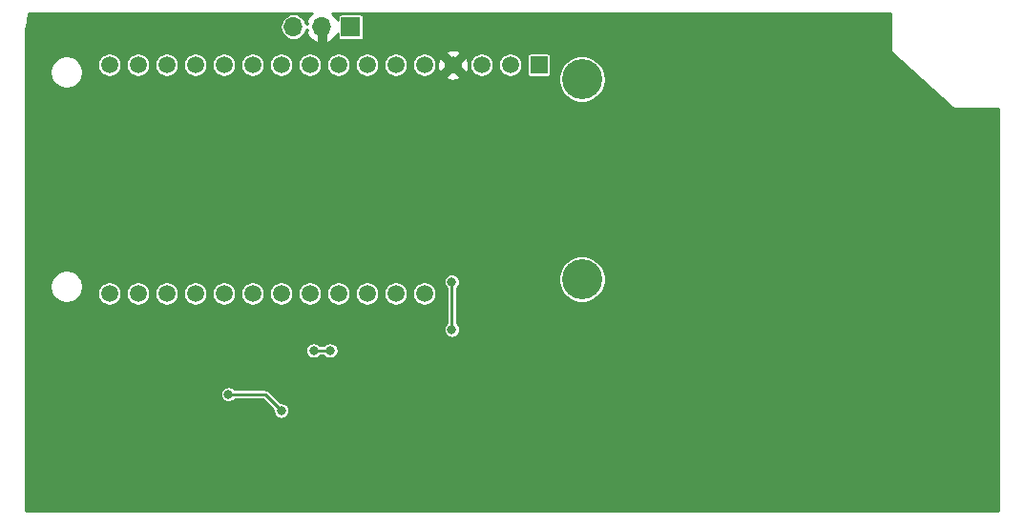
<source format=gbr>
G04 #@! TF.GenerationSoftware,KiCad,Pcbnew,5.1.4*
G04 #@! TF.CreationDate,2019-08-27T14:39:49-04:00*
G04 #@! TF.ProjectId,siot-gateway-particle,73696f74-2d67-4617-9465-7761792d7061,rev?*
G04 #@! TF.SameCoordinates,Original*
G04 #@! TF.FileFunction,Copper,L2,Bot*
G04 #@! TF.FilePolarity,Positive*
%FSLAX46Y46*%
G04 Gerber Fmt 4.6, Leading zero omitted, Abs format (unit mm)*
G04 Created by KiCad (PCBNEW 5.1.4) date 2019-08-27 14:39:49*
%MOMM*%
%LPD*%
G04 APERTURE LIST*
%ADD10C,1.508000*%
%ADD11R,1.508000X1.508000*%
%ADD12C,3.556000*%
%ADD13O,1.700000X1.700000*%
%ADD14R,1.700000X1.700000*%
%ADD15C,0.800000*%
%ADD16C,0.250000*%
%ADD17C,0.254000*%
G04 APERTURE END LIST*
D10*
X106540000Y-97050000D03*
X109080000Y-97050000D03*
X111620000Y-97050000D03*
X114160000Y-97050000D03*
X116700000Y-97050000D03*
X119240000Y-97050000D03*
X121780000Y-97050000D03*
X124320000Y-97050000D03*
X126860000Y-97050000D03*
X129400000Y-97050000D03*
X131940000Y-97050000D03*
X134480000Y-97050000D03*
X106540000Y-76730000D03*
X109080000Y-76730000D03*
X111620000Y-76730000D03*
X114160000Y-76730000D03*
X116700000Y-76730000D03*
X119240000Y-76730000D03*
X121780000Y-76730000D03*
X124320000Y-76730000D03*
X126860000Y-76730000D03*
X129400000Y-76730000D03*
X131940000Y-76730000D03*
X134480000Y-76730000D03*
X137020000Y-76730000D03*
X139560000Y-76730000D03*
X142100000Y-76730000D03*
D11*
X144640000Y-76730000D03*
D12*
X148450000Y-78000000D03*
X148450000Y-95780000D03*
D13*
X122870000Y-73350000D03*
X125410000Y-73350000D03*
D14*
X127950000Y-73350000D03*
D15*
X164242000Y-80398000D03*
X164242000Y-78398000D03*
X164242000Y-79398000D03*
X136906000Y-96003991D03*
X136906000Y-100254011D03*
X132080000Y-111760000D03*
X162560000Y-111760000D03*
X163576000Y-112776000D03*
X161544000Y-112776000D03*
X163576000Y-110744000D03*
X161544000Y-110744000D03*
X133096000Y-112776000D03*
X131064000Y-112776000D03*
X133096000Y-110744000D03*
X146700000Y-106000000D03*
X123150000Y-105950000D03*
X162900000Y-83000000D03*
X162900000Y-84000000D03*
X162900000Y-85000000D03*
X162900000Y-86000000D03*
X162900000Y-87000000D03*
X162900000Y-88000000D03*
X162900000Y-88900000D03*
X131064000Y-110744000D03*
X124674001Y-102108000D03*
X126124001Y-102108000D03*
X117100000Y-106000000D03*
X121800000Y-107450000D03*
D16*
X136906000Y-96003991D02*
X136906000Y-100254011D01*
X124674001Y-102108000D02*
X126124001Y-102108000D01*
X117100000Y-106000000D02*
X120350000Y-106000000D01*
X120350000Y-106000000D02*
X121800000Y-107450000D01*
D17*
G36*
X165481000Y-81661000D02*
G01*
X163195000Y-81661000D01*
X163195000Y-76835000D01*
X165481000Y-76835000D01*
X165481000Y-81661000D01*
X165481000Y-81661000D01*
G37*
X165481000Y-81661000D02*
X163195000Y-81661000D01*
X163195000Y-76835000D01*
X165481000Y-76835000D01*
X165481000Y-81661000D01*
G36*
X124523421Y-72158684D02*
G01*
X124308042Y-72354538D01*
X124135011Y-72588647D01*
X124010977Y-72852014D01*
X124109048Y-73076998D01*
X124020491Y-73076998D01*
X123965638Y-72896172D01*
X123856048Y-72691144D01*
X123708565Y-72511435D01*
X123528856Y-72363952D01*
X123323828Y-72254362D01*
X123101360Y-72186877D01*
X122927975Y-72169800D01*
X122812025Y-72169800D01*
X122638640Y-72186877D01*
X122416172Y-72254362D01*
X122211144Y-72363952D01*
X122031435Y-72511435D01*
X121883952Y-72691144D01*
X121774362Y-72896172D01*
X121706877Y-73118640D01*
X121684090Y-73350000D01*
X121706877Y-73581360D01*
X121774362Y-73803828D01*
X121883952Y-74008856D01*
X122031435Y-74188565D01*
X122211144Y-74336048D01*
X122416172Y-74445638D01*
X122638640Y-74513123D01*
X122812025Y-74530200D01*
X122927975Y-74530200D01*
X123101360Y-74513123D01*
X123323828Y-74445638D01*
X123528856Y-74336048D01*
X123708565Y-74188565D01*
X123856048Y-74008856D01*
X123965638Y-73803828D01*
X124020491Y-73623002D01*
X124109048Y-73623002D01*
X124010977Y-73847986D01*
X124135011Y-74111353D01*
X124308042Y-74345462D01*
X124523421Y-74541316D01*
X124772871Y-74691388D01*
X124912015Y-74749012D01*
X125137000Y-74647848D01*
X125137000Y-73623000D01*
X125117000Y-73623000D01*
X125117000Y-73077000D01*
X125137000Y-73077000D01*
X125137000Y-73057000D01*
X125683000Y-73057000D01*
X125683000Y-73077000D01*
X125703000Y-73077000D01*
X125703000Y-73623000D01*
X125683000Y-73623000D01*
X125683000Y-74647848D01*
X125907985Y-74749012D01*
X126047129Y-74691388D01*
X126296579Y-74541316D01*
X126511958Y-74345462D01*
X126684989Y-74111353D01*
X126768203Y-73934661D01*
X126768203Y-74200000D01*
X126774578Y-74264730D01*
X126793460Y-74326973D01*
X126824121Y-74384337D01*
X126865384Y-74434616D01*
X126915663Y-74475879D01*
X126973027Y-74506540D01*
X127035270Y-74525422D01*
X127100000Y-74531797D01*
X128800000Y-74531797D01*
X128864730Y-74525422D01*
X128926973Y-74506540D01*
X128984337Y-74475879D01*
X129034616Y-74434616D01*
X129075879Y-74384337D01*
X129106540Y-74326973D01*
X129125422Y-74264730D01*
X129131797Y-74200000D01*
X129131797Y-72500000D01*
X129125422Y-72435270D01*
X129106540Y-72373027D01*
X129075879Y-72315663D01*
X129034616Y-72265384D01*
X128984337Y-72224121D01*
X128926973Y-72193460D01*
X128864730Y-72174578D01*
X128800000Y-72168203D01*
X127100000Y-72168203D01*
X127035270Y-72174578D01*
X126973027Y-72193460D01*
X126915663Y-72224121D01*
X126865384Y-72265384D01*
X126824121Y-72315663D01*
X126793460Y-72373027D01*
X126774578Y-72435270D01*
X126768203Y-72500000D01*
X126768203Y-72765339D01*
X126684989Y-72588647D01*
X126511958Y-72354538D01*
X126296579Y-72158684D01*
X126272583Y-72144248D01*
X175873000Y-72144248D01*
X175873000Y-75500000D01*
X175875440Y-75524776D01*
X175882667Y-75548601D01*
X175894403Y-75570557D01*
X175914571Y-75593972D01*
X181414571Y-80593972D01*
X181434545Y-80608833D01*
X181457035Y-80619512D01*
X181481176Y-80625597D01*
X181500000Y-80627000D01*
X185373000Y-80627000D01*
X185373000Y-116373000D01*
X99127000Y-116373000D01*
X99127000Y-105928082D01*
X116369800Y-105928082D01*
X116369800Y-106071918D01*
X116397861Y-106212991D01*
X116452905Y-106345879D01*
X116532817Y-106465475D01*
X116634525Y-106567183D01*
X116754121Y-106647095D01*
X116887009Y-106702139D01*
X117028082Y-106730200D01*
X117171918Y-106730200D01*
X117312991Y-106702139D01*
X117445879Y-106647095D01*
X117565475Y-106567183D01*
X117667183Y-106465475D01*
X117674049Y-106455200D01*
X120161451Y-106455200D01*
X121072211Y-107365961D01*
X121069800Y-107378082D01*
X121069800Y-107521918D01*
X121097861Y-107662991D01*
X121152905Y-107795879D01*
X121232817Y-107915475D01*
X121334525Y-108017183D01*
X121454121Y-108097095D01*
X121587009Y-108152139D01*
X121728082Y-108180200D01*
X121871918Y-108180200D01*
X122012991Y-108152139D01*
X122145879Y-108097095D01*
X122265475Y-108017183D01*
X122367183Y-107915475D01*
X122447095Y-107795879D01*
X122502139Y-107662991D01*
X122530200Y-107521918D01*
X122530200Y-107378082D01*
X122502139Y-107237009D01*
X122447095Y-107104121D01*
X122367183Y-106984525D01*
X122265475Y-106882817D01*
X122145879Y-106802905D01*
X122012991Y-106747861D01*
X121871918Y-106719800D01*
X121728082Y-106719800D01*
X121715961Y-106722211D01*
X120687688Y-105693939D01*
X120673432Y-105676568D01*
X120604119Y-105619684D01*
X120525040Y-105577416D01*
X120439235Y-105551387D01*
X120372357Y-105544800D01*
X120372349Y-105544800D01*
X120350000Y-105542599D01*
X120327651Y-105544800D01*
X117674049Y-105544800D01*
X117667183Y-105534525D01*
X117565475Y-105432817D01*
X117445879Y-105352905D01*
X117312991Y-105297861D01*
X117171918Y-105269800D01*
X117028082Y-105269800D01*
X116887009Y-105297861D01*
X116754121Y-105352905D01*
X116634525Y-105432817D01*
X116532817Y-105534525D01*
X116452905Y-105654121D01*
X116397861Y-105787009D01*
X116369800Y-105928082D01*
X99127000Y-105928082D01*
X99127000Y-102036082D01*
X123943801Y-102036082D01*
X123943801Y-102179918D01*
X123971862Y-102320991D01*
X124026906Y-102453879D01*
X124106818Y-102573475D01*
X124208526Y-102675183D01*
X124328122Y-102755095D01*
X124461010Y-102810139D01*
X124602083Y-102838200D01*
X124745919Y-102838200D01*
X124886992Y-102810139D01*
X125019880Y-102755095D01*
X125139476Y-102675183D01*
X125241184Y-102573475D01*
X125248050Y-102563200D01*
X125549952Y-102563200D01*
X125556818Y-102573475D01*
X125658526Y-102675183D01*
X125778122Y-102755095D01*
X125911010Y-102810139D01*
X126052083Y-102838200D01*
X126195919Y-102838200D01*
X126336992Y-102810139D01*
X126469880Y-102755095D01*
X126589476Y-102675183D01*
X126691184Y-102573475D01*
X126771096Y-102453879D01*
X126826140Y-102320991D01*
X126854201Y-102179918D01*
X126854201Y-102036082D01*
X126826140Y-101895009D01*
X126771096Y-101762121D01*
X126691184Y-101642525D01*
X126589476Y-101540817D01*
X126469880Y-101460905D01*
X126336992Y-101405861D01*
X126195919Y-101377800D01*
X126052083Y-101377800D01*
X125911010Y-101405861D01*
X125778122Y-101460905D01*
X125658526Y-101540817D01*
X125556818Y-101642525D01*
X125549952Y-101652800D01*
X125248050Y-101652800D01*
X125241184Y-101642525D01*
X125139476Y-101540817D01*
X125019880Y-101460905D01*
X124886992Y-101405861D01*
X124745919Y-101377800D01*
X124602083Y-101377800D01*
X124461010Y-101405861D01*
X124328122Y-101460905D01*
X124208526Y-101540817D01*
X124106818Y-101642525D01*
X124026906Y-101762121D01*
X123971862Y-101895009D01*
X123943801Y-102036082D01*
X99127000Y-102036082D01*
X99127000Y-96269902D01*
X101256800Y-96269902D01*
X101256800Y-96560098D01*
X101313414Y-96844717D01*
X101424467Y-97112822D01*
X101585691Y-97354110D01*
X101790890Y-97559309D01*
X102032178Y-97720533D01*
X102300283Y-97831586D01*
X102584902Y-97888200D01*
X102875098Y-97888200D01*
X103159717Y-97831586D01*
X103427822Y-97720533D01*
X103669110Y-97559309D01*
X103874309Y-97354110D01*
X104035533Y-97112822D01*
X104105786Y-96943216D01*
X105455800Y-96943216D01*
X105455800Y-97156784D01*
X105497465Y-97366249D01*
X105579194Y-97563561D01*
X105697847Y-97741137D01*
X105848863Y-97892153D01*
X106026439Y-98010806D01*
X106223751Y-98092535D01*
X106433216Y-98134200D01*
X106646784Y-98134200D01*
X106856249Y-98092535D01*
X107053561Y-98010806D01*
X107231137Y-97892153D01*
X107382153Y-97741137D01*
X107500806Y-97563561D01*
X107582535Y-97366249D01*
X107624200Y-97156784D01*
X107624200Y-96943216D01*
X107995800Y-96943216D01*
X107995800Y-97156784D01*
X108037465Y-97366249D01*
X108119194Y-97563561D01*
X108237847Y-97741137D01*
X108388863Y-97892153D01*
X108566439Y-98010806D01*
X108763751Y-98092535D01*
X108973216Y-98134200D01*
X109186784Y-98134200D01*
X109396249Y-98092535D01*
X109593561Y-98010806D01*
X109771137Y-97892153D01*
X109922153Y-97741137D01*
X110040806Y-97563561D01*
X110122535Y-97366249D01*
X110164200Y-97156784D01*
X110164200Y-96943216D01*
X110535800Y-96943216D01*
X110535800Y-97156784D01*
X110577465Y-97366249D01*
X110659194Y-97563561D01*
X110777847Y-97741137D01*
X110928863Y-97892153D01*
X111106439Y-98010806D01*
X111303751Y-98092535D01*
X111513216Y-98134200D01*
X111726784Y-98134200D01*
X111936249Y-98092535D01*
X112133561Y-98010806D01*
X112311137Y-97892153D01*
X112462153Y-97741137D01*
X112580806Y-97563561D01*
X112662535Y-97366249D01*
X112704200Y-97156784D01*
X112704200Y-96943216D01*
X113075800Y-96943216D01*
X113075800Y-97156784D01*
X113117465Y-97366249D01*
X113199194Y-97563561D01*
X113317847Y-97741137D01*
X113468863Y-97892153D01*
X113646439Y-98010806D01*
X113843751Y-98092535D01*
X114053216Y-98134200D01*
X114266784Y-98134200D01*
X114476249Y-98092535D01*
X114673561Y-98010806D01*
X114851137Y-97892153D01*
X115002153Y-97741137D01*
X115120806Y-97563561D01*
X115202535Y-97366249D01*
X115244200Y-97156784D01*
X115244200Y-96943216D01*
X115615800Y-96943216D01*
X115615800Y-97156784D01*
X115657465Y-97366249D01*
X115739194Y-97563561D01*
X115857847Y-97741137D01*
X116008863Y-97892153D01*
X116186439Y-98010806D01*
X116383751Y-98092535D01*
X116593216Y-98134200D01*
X116806784Y-98134200D01*
X117016249Y-98092535D01*
X117213561Y-98010806D01*
X117391137Y-97892153D01*
X117542153Y-97741137D01*
X117660806Y-97563561D01*
X117742535Y-97366249D01*
X117784200Y-97156784D01*
X117784200Y-96943216D01*
X118155800Y-96943216D01*
X118155800Y-97156784D01*
X118197465Y-97366249D01*
X118279194Y-97563561D01*
X118397847Y-97741137D01*
X118548863Y-97892153D01*
X118726439Y-98010806D01*
X118923751Y-98092535D01*
X119133216Y-98134200D01*
X119346784Y-98134200D01*
X119556249Y-98092535D01*
X119753561Y-98010806D01*
X119931137Y-97892153D01*
X120082153Y-97741137D01*
X120200806Y-97563561D01*
X120282535Y-97366249D01*
X120324200Y-97156784D01*
X120324200Y-96943216D01*
X120695800Y-96943216D01*
X120695800Y-97156784D01*
X120737465Y-97366249D01*
X120819194Y-97563561D01*
X120937847Y-97741137D01*
X121088863Y-97892153D01*
X121266439Y-98010806D01*
X121463751Y-98092535D01*
X121673216Y-98134200D01*
X121886784Y-98134200D01*
X122096249Y-98092535D01*
X122293561Y-98010806D01*
X122471137Y-97892153D01*
X122622153Y-97741137D01*
X122740806Y-97563561D01*
X122822535Y-97366249D01*
X122864200Y-97156784D01*
X122864200Y-96943216D01*
X123235800Y-96943216D01*
X123235800Y-97156784D01*
X123277465Y-97366249D01*
X123359194Y-97563561D01*
X123477847Y-97741137D01*
X123628863Y-97892153D01*
X123806439Y-98010806D01*
X124003751Y-98092535D01*
X124213216Y-98134200D01*
X124426784Y-98134200D01*
X124636249Y-98092535D01*
X124833561Y-98010806D01*
X125011137Y-97892153D01*
X125162153Y-97741137D01*
X125280806Y-97563561D01*
X125362535Y-97366249D01*
X125404200Y-97156784D01*
X125404200Y-96943216D01*
X125775800Y-96943216D01*
X125775800Y-97156784D01*
X125817465Y-97366249D01*
X125899194Y-97563561D01*
X126017847Y-97741137D01*
X126168863Y-97892153D01*
X126346439Y-98010806D01*
X126543751Y-98092535D01*
X126753216Y-98134200D01*
X126966784Y-98134200D01*
X127176249Y-98092535D01*
X127373561Y-98010806D01*
X127551137Y-97892153D01*
X127702153Y-97741137D01*
X127820806Y-97563561D01*
X127902535Y-97366249D01*
X127944200Y-97156784D01*
X127944200Y-96943216D01*
X128315800Y-96943216D01*
X128315800Y-97156784D01*
X128357465Y-97366249D01*
X128439194Y-97563561D01*
X128557847Y-97741137D01*
X128708863Y-97892153D01*
X128886439Y-98010806D01*
X129083751Y-98092535D01*
X129293216Y-98134200D01*
X129506784Y-98134200D01*
X129716249Y-98092535D01*
X129913561Y-98010806D01*
X130091137Y-97892153D01*
X130242153Y-97741137D01*
X130360806Y-97563561D01*
X130442535Y-97366249D01*
X130484200Y-97156784D01*
X130484200Y-96943216D01*
X130855800Y-96943216D01*
X130855800Y-97156784D01*
X130897465Y-97366249D01*
X130979194Y-97563561D01*
X131097847Y-97741137D01*
X131248863Y-97892153D01*
X131426439Y-98010806D01*
X131623751Y-98092535D01*
X131833216Y-98134200D01*
X132046784Y-98134200D01*
X132256249Y-98092535D01*
X132453561Y-98010806D01*
X132631137Y-97892153D01*
X132782153Y-97741137D01*
X132900806Y-97563561D01*
X132982535Y-97366249D01*
X133024200Y-97156784D01*
X133024200Y-96943216D01*
X133395800Y-96943216D01*
X133395800Y-97156784D01*
X133437465Y-97366249D01*
X133519194Y-97563561D01*
X133637847Y-97741137D01*
X133788863Y-97892153D01*
X133966439Y-98010806D01*
X134163751Y-98092535D01*
X134373216Y-98134200D01*
X134586784Y-98134200D01*
X134796249Y-98092535D01*
X134993561Y-98010806D01*
X135171137Y-97892153D01*
X135322153Y-97741137D01*
X135440806Y-97563561D01*
X135522535Y-97366249D01*
X135564200Y-97156784D01*
X135564200Y-96943216D01*
X135522535Y-96733751D01*
X135440806Y-96536439D01*
X135322153Y-96358863D01*
X135171137Y-96207847D01*
X134993561Y-96089194D01*
X134796249Y-96007465D01*
X134586784Y-95965800D01*
X134373216Y-95965800D01*
X134163751Y-96007465D01*
X133966439Y-96089194D01*
X133788863Y-96207847D01*
X133637847Y-96358863D01*
X133519194Y-96536439D01*
X133437465Y-96733751D01*
X133395800Y-96943216D01*
X133024200Y-96943216D01*
X132982535Y-96733751D01*
X132900806Y-96536439D01*
X132782153Y-96358863D01*
X132631137Y-96207847D01*
X132453561Y-96089194D01*
X132256249Y-96007465D01*
X132046784Y-95965800D01*
X131833216Y-95965800D01*
X131623751Y-96007465D01*
X131426439Y-96089194D01*
X131248863Y-96207847D01*
X131097847Y-96358863D01*
X130979194Y-96536439D01*
X130897465Y-96733751D01*
X130855800Y-96943216D01*
X130484200Y-96943216D01*
X130442535Y-96733751D01*
X130360806Y-96536439D01*
X130242153Y-96358863D01*
X130091137Y-96207847D01*
X129913561Y-96089194D01*
X129716249Y-96007465D01*
X129506784Y-95965800D01*
X129293216Y-95965800D01*
X129083751Y-96007465D01*
X128886439Y-96089194D01*
X128708863Y-96207847D01*
X128557847Y-96358863D01*
X128439194Y-96536439D01*
X128357465Y-96733751D01*
X128315800Y-96943216D01*
X127944200Y-96943216D01*
X127902535Y-96733751D01*
X127820806Y-96536439D01*
X127702153Y-96358863D01*
X127551137Y-96207847D01*
X127373561Y-96089194D01*
X127176249Y-96007465D01*
X126966784Y-95965800D01*
X126753216Y-95965800D01*
X126543751Y-96007465D01*
X126346439Y-96089194D01*
X126168863Y-96207847D01*
X126017847Y-96358863D01*
X125899194Y-96536439D01*
X125817465Y-96733751D01*
X125775800Y-96943216D01*
X125404200Y-96943216D01*
X125362535Y-96733751D01*
X125280806Y-96536439D01*
X125162153Y-96358863D01*
X125011137Y-96207847D01*
X124833561Y-96089194D01*
X124636249Y-96007465D01*
X124426784Y-95965800D01*
X124213216Y-95965800D01*
X124003751Y-96007465D01*
X123806439Y-96089194D01*
X123628863Y-96207847D01*
X123477847Y-96358863D01*
X123359194Y-96536439D01*
X123277465Y-96733751D01*
X123235800Y-96943216D01*
X122864200Y-96943216D01*
X122822535Y-96733751D01*
X122740806Y-96536439D01*
X122622153Y-96358863D01*
X122471137Y-96207847D01*
X122293561Y-96089194D01*
X122096249Y-96007465D01*
X121886784Y-95965800D01*
X121673216Y-95965800D01*
X121463751Y-96007465D01*
X121266439Y-96089194D01*
X121088863Y-96207847D01*
X120937847Y-96358863D01*
X120819194Y-96536439D01*
X120737465Y-96733751D01*
X120695800Y-96943216D01*
X120324200Y-96943216D01*
X120282535Y-96733751D01*
X120200806Y-96536439D01*
X120082153Y-96358863D01*
X119931137Y-96207847D01*
X119753561Y-96089194D01*
X119556249Y-96007465D01*
X119346784Y-95965800D01*
X119133216Y-95965800D01*
X118923751Y-96007465D01*
X118726439Y-96089194D01*
X118548863Y-96207847D01*
X118397847Y-96358863D01*
X118279194Y-96536439D01*
X118197465Y-96733751D01*
X118155800Y-96943216D01*
X117784200Y-96943216D01*
X117742535Y-96733751D01*
X117660806Y-96536439D01*
X117542153Y-96358863D01*
X117391137Y-96207847D01*
X117213561Y-96089194D01*
X117016249Y-96007465D01*
X116806784Y-95965800D01*
X116593216Y-95965800D01*
X116383751Y-96007465D01*
X116186439Y-96089194D01*
X116008863Y-96207847D01*
X115857847Y-96358863D01*
X115739194Y-96536439D01*
X115657465Y-96733751D01*
X115615800Y-96943216D01*
X115244200Y-96943216D01*
X115202535Y-96733751D01*
X115120806Y-96536439D01*
X115002153Y-96358863D01*
X114851137Y-96207847D01*
X114673561Y-96089194D01*
X114476249Y-96007465D01*
X114266784Y-95965800D01*
X114053216Y-95965800D01*
X113843751Y-96007465D01*
X113646439Y-96089194D01*
X113468863Y-96207847D01*
X113317847Y-96358863D01*
X113199194Y-96536439D01*
X113117465Y-96733751D01*
X113075800Y-96943216D01*
X112704200Y-96943216D01*
X112662535Y-96733751D01*
X112580806Y-96536439D01*
X112462153Y-96358863D01*
X112311137Y-96207847D01*
X112133561Y-96089194D01*
X111936249Y-96007465D01*
X111726784Y-95965800D01*
X111513216Y-95965800D01*
X111303751Y-96007465D01*
X111106439Y-96089194D01*
X110928863Y-96207847D01*
X110777847Y-96358863D01*
X110659194Y-96536439D01*
X110577465Y-96733751D01*
X110535800Y-96943216D01*
X110164200Y-96943216D01*
X110122535Y-96733751D01*
X110040806Y-96536439D01*
X109922153Y-96358863D01*
X109771137Y-96207847D01*
X109593561Y-96089194D01*
X109396249Y-96007465D01*
X109186784Y-95965800D01*
X108973216Y-95965800D01*
X108763751Y-96007465D01*
X108566439Y-96089194D01*
X108388863Y-96207847D01*
X108237847Y-96358863D01*
X108119194Y-96536439D01*
X108037465Y-96733751D01*
X107995800Y-96943216D01*
X107624200Y-96943216D01*
X107582535Y-96733751D01*
X107500806Y-96536439D01*
X107382153Y-96358863D01*
X107231137Y-96207847D01*
X107053561Y-96089194D01*
X106856249Y-96007465D01*
X106646784Y-95965800D01*
X106433216Y-95965800D01*
X106223751Y-96007465D01*
X106026439Y-96089194D01*
X105848863Y-96207847D01*
X105697847Y-96358863D01*
X105579194Y-96536439D01*
X105497465Y-96733751D01*
X105455800Y-96943216D01*
X104105786Y-96943216D01*
X104146586Y-96844717D01*
X104203200Y-96560098D01*
X104203200Y-96269902D01*
X104146586Y-95985283D01*
X104124546Y-95932073D01*
X136175800Y-95932073D01*
X136175800Y-96075909D01*
X136203861Y-96216982D01*
X136258905Y-96349870D01*
X136338817Y-96469466D01*
X136440525Y-96571174D01*
X136450800Y-96578040D01*
X136450801Y-99679962D01*
X136440525Y-99686828D01*
X136338817Y-99788536D01*
X136258905Y-99908132D01*
X136203861Y-100041020D01*
X136175800Y-100182093D01*
X136175800Y-100325929D01*
X136203861Y-100467002D01*
X136258905Y-100599890D01*
X136338817Y-100719486D01*
X136440525Y-100821194D01*
X136560121Y-100901106D01*
X136693009Y-100956150D01*
X136834082Y-100984211D01*
X136977918Y-100984211D01*
X137118991Y-100956150D01*
X137251879Y-100901106D01*
X137371475Y-100821194D01*
X137473183Y-100719486D01*
X137553095Y-100599890D01*
X137608139Y-100467002D01*
X137636200Y-100325929D01*
X137636200Y-100182093D01*
X137608139Y-100041020D01*
X137553095Y-99908132D01*
X137473183Y-99788536D01*
X137371475Y-99686828D01*
X137361200Y-99679962D01*
X137361200Y-96578040D01*
X137371475Y-96571174D01*
X137473183Y-96469466D01*
X137553095Y-96349870D01*
X137608139Y-96216982D01*
X137636200Y-96075909D01*
X137636200Y-95932073D01*
X137608139Y-95791000D01*
X137553095Y-95658112D01*
X137495797Y-95572360D01*
X146341800Y-95572360D01*
X146341800Y-95987640D01*
X146422817Y-96394939D01*
X146581737Y-96778607D01*
X146812454Y-97123899D01*
X147106101Y-97417546D01*
X147451393Y-97648263D01*
X147835061Y-97807183D01*
X148242360Y-97888200D01*
X148657640Y-97888200D01*
X149064939Y-97807183D01*
X149448607Y-97648263D01*
X149793899Y-97417546D01*
X150087546Y-97123899D01*
X150318263Y-96778607D01*
X150477183Y-96394939D01*
X150558200Y-95987640D01*
X150558200Y-95572360D01*
X150477183Y-95165061D01*
X150318263Y-94781393D01*
X150087546Y-94436101D01*
X149793899Y-94142454D01*
X149448607Y-93911737D01*
X149064939Y-93752817D01*
X148657640Y-93671800D01*
X148242360Y-93671800D01*
X147835061Y-93752817D01*
X147451393Y-93911737D01*
X147106101Y-94142454D01*
X146812454Y-94436101D01*
X146581737Y-94781393D01*
X146422817Y-95165061D01*
X146341800Y-95572360D01*
X137495797Y-95572360D01*
X137473183Y-95538516D01*
X137371475Y-95436808D01*
X137251879Y-95356896D01*
X137118991Y-95301852D01*
X136977918Y-95273791D01*
X136834082Y-95273791D01*
X136693009Y-95301852D01*
X136560121Y-95356896D01*
X136440525Y-95436808D01*
X136338817Y-95538516D01*
X136258905Y-95658112D01*
X136203861Y-95791000D01*
X136175800Y-95932073D01*
X104124546Y-95932073D01*
X104035533Y-95717178D01*
X103874309Y-95475890D01*
X103669110Y-95270691D01*
X103427822Y-95109467D01*
X103159717Y-94998414D01*
X102875098Y-94941800D01*
X102584902Y-94941800D01*
X102300283Y-94998414D01*
X102032178Y-95109467D01*
X101790890Y-95270691D01*
X101585691Y-95475890D01*
X101424467Y-95717178D01*
X101313414Y-95985283D01*
X101256800Y-96269902D01*
X99127000Y-96269902D01*
X99127000Y-81183529D01*
X163842551Y-81183529D01*
X163872997Y-81370345D01*
X164069782Y-81423651D01*
X164273186Y-81437541D01*
X164475391Y-81411483D01*
X164611003Y-81370345D01*
X164641449Y-81183529D01*
X164242000Y-80784080D01*
X163842551Y-81183529D01*
X99127000Y-81183529D01*
X99127000Y-77219902D01*
X101256800Y-77219902D01*
X101256800Y-77510098D01*
X101313414Y-77794717D01*
X101424467Y-78062822D01*
X101585691Y-78304110D01*
X101790890Y-78509309D01*
X102032178Y-78670533D01*
X102300283Y-78781586D01*
X102584902Y-78838200D01*
X102875098Y-78838200D01*
X103159717Y-78781586D01*
X103427822Y-78670533D01*
X103669110Y-78509309D01*
X103874309Y-78304110D01*
X104035533Y-78062822D01*
X104146586Y-77794717D01*
X104203200Y-77510098D01*
X104203200Y-77219902D01*
X104146586Y-76935283D01*
X104035533Y-76667178D01*
X104006159Y-76623216D01*
X105455800Y-76623216D01*
X105455800Y-76836784D01*
X105497465Y-77046249D01*
X105579194Y-77243561D01*
X105697847Y-77421137D01*
X105848863Y-77572153D01*
X106026439Y-77690806D01*
X106223751Y-77772535D01*
X106433216Y-77814200D01*
X106646784Y-77814200D01*
X106856249Y-77772535D01*
X107053561Y-77690806D01*
X107231137Y-77572153D01*
X107382153Y-77421137D01*
X107500806Y-77243561D01*
X107582535Y-77046249D01*
X107624200Y-76836784D01*
X107624200Y-76623216D01*
X107995800Y-76623216D01*
X107995800Y-76836784D01*
X108037465Y-77046249D01*
X108119194Y-77243561D01*
X108237847Y-77421137D01*
X108388863Y-77572153D01*
X108566439Y-77690806D01*
X108763751Y-77772535D01*
X108973216Y-77814200D01*
X109186784Y-77814200D01*
X109396249Y-77772535D01*
X109593561Y-77690806D01*
X109771137Y-77572153D01*
X109922153Y-77421137D01*
X110040806Y-77243561D01*
X110122535Y-77046249D01*
X110164200Y-76836784D01*
X110164200Y-76623216D01*
X110535800Y-76623216D01*
X110535800Y-76836784D01*
X110577465Y-77046249D01*
X110659194Y-77243561D01*
X110777847Y-77421137D01*
X110928863Y-77572153D01*
X111106439Y-77690806D01*
X111303751Y-77772535D01*
X111513216Y-77814200D01*
X111726784Y-77814200D01*
X111936249Y-77772535D01*
X112133561Y-77690806D01*
X112311137Y-77572153D01*
X112462153Y-77421137D01*
X112580806Y-77243561D01*
X112662535Y-77046249D01*
X112704200Y-76836784D01*
X112704200Y-76623216D01*
X113075800Y-76623216D01*
X113075800Y-76836784D01*
X113117465Y-77046249D01*
X113199194Y-77243561D01*
X113317847Y-77421137D01*
X113468863Y-77572153D01*
X113646439Y-77690806D01*
X113843751Y-77772535D01*
X114053216Y-77814200D01*
X114266784Y-77814200D01*
X114476249Y-77772535D01*
X114673561Y-77690806D01*
X114851137Y-77572153D01*
X115002153Y-77421137D01*
X115120806Y-77243561D01*
X115202535Y-77046249D01*
X115244200Y-76836784D01*
X115244200Y-76623216D01*
X115615800Y-76623216D01*
X115615800Y-76836784D01*
X115657465Y-77046249D01*
X115739194Y-77243561D01*
X115857847Y-77421137D01*
X116008863Y-77572153D01*
X116186439Y-77690806D01*
X116383751Y-77772535D01*
X116593216Y-77814200D01*
X116806784Y-77814200D01*
X117016249Y-77772535D01*
X117213561Y-77690806D01*
X117391137Y-77572153D01*
X117542153Y-77421137D01*
X117660806Y-77243561D01*
X117742535Y-77046249D01*
X117784200Y-76836784D01*
X117784200Y-76623216D01*
X118155800Y-76623216D01*
X118155800Y-76836784D01*
X118197465Y-77046249D01*
X118279194Y-77243561D01*
X118397847Y-77421137D01*
X118548863Y-77572153D01*
X118726439Y-77690806D01*
X118923751Y-77772535D01*
X119133216Y-77814200D01*
X119346784Y-77814200D01*
X119556249Y-77772535D01*
X119753561Y-77690806D01*
X119931137Y-77572153D01*
X120082153Y-77421137D01*
X120200806Y-77243561D01*
X120282535Y-77046249D01*
X120324200Y-76836784D01*
X120324200Y-76623216D01*
X120695800Y-76623216D01*
X120695800Y-76836784D01*
X120737465Y-77046249D01*
X120819194Y-77243561D01*
X120937847Y-77421137D01*
X121088863Y-77572153D01*
X121266439Y-77690806D01*
X121463751Y-77772535D01*
X121673216Y-77814200D01*
X121886784Y-77814200D01*
X122096249Y-77772535D01*
X122293561Y-77690806D01*
X122471137Y-77572153D01*
X122622153Y-77421137D01*
X122740806Y-77243561D01*
X122822535Y-77046249D01*
X122864200Y-76836784D01*
X122864200Y-76623216D01*
X123235800Y-76623216D01*
X123235800Y-76836784D01*
X123277465Y-77046249D01*
X123359194Y-77243561D01*
X123477847Y-77421137D01*
X123628863Y-77572153D01*
X123806439Y-77690806D01*
X124003751Y-77772535D01*
X124213216Y-77814200D01*
X124426784Y-77814200D01*
X124636249Y-77772535D01*
X124833561Y-77690806D01*
X125011137Y-77572153D01*
X125162153Y-77421137D01*
X125280806Y-77243561D01*
X125362535Y-77046249D01*
X125404200Y-76836784D01*
X125404200Y-76623216D01*
X125775800Y-76623216D01*
X125775800Y-76836784D01*
X125817465Y-77046249D01*
X125899194Y-77243561D01*
X126017847Y-77421137D01*
X126168863Y-77572153D01*
X126346439Y-77690806D01*
X126543751Y-77772535D01*
X126753216Y-77814200D01*
X126966784Y-77814200D01*
X127176249Y-77772535D01*
X127373561Y-77690806D01*
X127551137Y-77572153D01*
X127702153Y-77421137D01*
X127820806Y-77243561D01*
X127902535Y-77046249D01*
X127944200Y-76836784D01*
X127944200Y-76623216D01*
X128315800Y-76623216D01*
X128315800Y-76836784D01*
X128357465Y-77046249D01*
X128439194Y-77243561D01*
X128557847Y-77421137D01*
X128708863Y-77572153D01*
X128886439Y-77690806D01*
X129083751Y-77772535D01*
X129293216Y-77814200D01*
X129506784Y-77814200D01*
X129716249Y-77772535D01*
X129913561Y-77690806D01*
X130091137Y-77572153D01*
X130242153Y-77421137D01*
X130360806Y-77243561D01*
X130442535Y-77046249D01*
X130484200Y-76836784D01*
X130484200Y-76623216D01*
X130855800Y-76623216D01*
X130855800Y-76836784D01*
X130897465Y-77046249D01*
X130979194Y-77243561D01*
X131097847Y-77421137D01*
X131248863Y-77572153D01*
X131426439Y-77690806D01*
X131623751Y-77772535D01*
X131833216Y-77814200D01*
X132046784Y-77814200D01*
X132256249Y-77772535D01*
X132453561Y-77690806D01*
X132631137Y-77572153D01*
X132782153Y-77421137D01*
X132900806Y-77243561D01*
X132982535Y-77046249D01*
X133024200Y-76836784D01*
X133024200Y-76623216D01*
X133395800Y-76623216D01*
X133395800Y-76836784D01*
X133437465Y-77046249D01*
X133519194Y-77243561D01*
X133637847Y-77421137D01*
X133788863Y-77572153D01*
X133966439Y-77690806D01*
X134163751Y-77772535D01*
X134373216Y-77814200D01*
X134586784Y-77814200D01*
X134778110Y-77776143D01*
X136359938Y-77776143D01*
X136436323Y-77997817D01*
X136694877Y-78087326D01*
X136965925Y-78124674D01*
X137239052Y-78108425D01*
X137503761Y-78039205D01*
X137603677Y-77997817D01*
X137680062Y-77776143D01*
X137020000Y-77116080D01*
X136359938Y-77776143D01*
X134778110Y-77776143D01*
X134796249Y-77772535D01*
X134993561Y-77690806D01*
X135171137Y-77572153D01*
X135322153Y-77421137D01*
X135440806Y-77243561D01*
X135522535Y-77046249D01*
X135564200Y-76836784D01*
X135564200Y-76675925D01*
X135625326Y-76675925D01*
X135641575Y-76949052D01*
X135710795Y-77213761D01*
X135752183Y-77313677D01*
X135973857Y-77390062D01*
X136633920Y-76730000D01*
X137406080Y-76730000D01*
X138066143Y-77390062D01*
X138287817Y-77313677D01*
X138377326Y-77055123D01*
X138414674Y-76784075D01*
X138405105Y-76623216D01*
X138475800Y-76623216D01*
X138475800Y-76836784D01*
X138517465Y-77046249D01*
X138599194Y-77243561D01*
X138717847Y-77421137D01*
X138868863Y-77572153D01*
X139046439Y-77690806D01*
X139243751Y-77772535D01*
X139453216Y-77814200D01*
X139666784Y-77814200D01*
X139876249Y-77772535D01*
X140073561Y-77690806D01*
X140251137Y-77572153D01*
X140402153Y-77421137D01*
X140520806Y-77243561D01*
X140602535Y-77046249D01*
X140644200Y-76836784D01*
X140644200Y-76623216D01*
X141015800Y-76623216D01*
X141015800Y-76836784D01*
X141057465Y-77046249D01*
X141139194Y-77243561D01*
X141257847Y-77421137D01*
X141408863Y-77572153D01*
X141586439Y-77690806D01*
X141783751Y-77772535D01*
X141993216Y-77814200D01*
X142206784Y-77814200D01*
X142416249Y-77772535D01*
X142613561Y-77690806D01*
X142791137Y-77572153D01*
X142942153Y-77421137D01*
X143060806Y-77243561D01*
X143142535Y-77046249D01*
X143184200Y-76836784D01*
X143184200Y-76623216D01*
X143142535Y-76413751D01*
X143060806Y-76216439D01*
X142942153Y-76038863D01*
X142879290Y-75976000D01*
X143554203Y-75976000D01*
X143554203Y-77484000D01*
X143560578Y-77548730D01*
X143579460Y-77610973D01*
X143610121Y-77668337D01*
X143651384Y-77718616D01*
X143701663Y-77759879D01*
X143759027Y-77790540D01*
X143821270Y-77809422D01*
X143886000Y-77815797D01*
X145394000Y-77815797D01*
X145458730Y-77809422D01*
X145514973Y-77792360D01*
X146341800Y-77792360D01*
X146341800Y-78207640D01*
X146422817Y-78614939D01*
X146581737Y-78998607D01*
X146812454Y-79343899D01*
X147106101Y-79637546D01*
X147451393Y-79868263D01*
X147835061Y-80027183D01*
X148242360Y-80108200D01*
X148657640Y-80108200D01*
X149064939Y-80027183D01*
X149448607Y-79868263D01*
X149793899Y-79637546D01*
X150087546Y-79343899D01*
X150318263Y-78998607D01*
X150477183Y-78614939D01*
X150514131Y-78429186D01*
X163202459Y-78429186D01*
X163228517Y-78631391D01*
X163269655Y-78767003D01*
X163384377Y-78785700D01*
X163313997Y-78856080D01*
X163355917Y-78898000D01*
X163313997Y-78939920D01*
X163384377Y-79010300D01*
X163269655Y-79028997D01*
X163216349Y-79225782D01*
X163202459Y-79429186D01*
X163228517Y-79631391D01*
X163269655Y-79767003D01*
X163384377Y-79785700D01*
X163313997Y-79856080D01*
X163355917Y-79898000D01*
X163313997Y-79939920D01*
X163384377Y-80010300D01*
X163269655Y-80028997D01*
X163216349Y-80225782D01*
X163202459Y-80429186D01*
X163228517Y-80631391D01*
X163269655Y-80767003D01*
X163456471Y-80797449D01*
X163855920Y-80398000D01*
X163841778Y-80383858D01*
X163870516Y-80355119D01*
X163872997Y-80370345D01*
X164069782Y-80423651D01*
X164273186Y-80437541D01*
X164475391Y-80411483D01*
X164611003Y-80370345D01*
X164613484Y-80355119D01*
X164642223Y-80383858D01*
X164628080Y-80398000D01*
X165027529Y-80797449D01*
X165214345Y-80767003D01*
X165267651Y-80570218D01*
X165281541Y-80366814D01*
X165255483Y-80164609D01*
X165214345Y-80028997D01*
X165099623Y-80010300D01*
X165170003Y-79939920D01*
X165128083Y-79898000D01*
X165170003Y-79856080D01*
X165099623Y-79785700D01*
X165214345Y-79767003D01*
X165267651Y-79570218D01*
X165281541Y-79366814D01*
X165255483Y-79164609D01*
X165214345Y-79028997D01*
X165099623Y-79010300D01*
X165170003Y-78939920D01*
X165128083Y-78898000D01*
X165170003Y-78856080D01*
X165099623Y-78785700D01*
X165214345Y-78767003D01*
X165267651Y-78570218D01*
X165281541Y-78366814D01*
X165255483Y-78164609D01*
X165214345Y-78028997D01*
X165027529Y-77998551D01*
X164628080Y-78398000D01*
X164642223Y-78412143D01*
X164613484Y-78440881D01*
X164611003Y-78425655D01*
X164414218Y-78372349D01*
X164210814Y-78358459D01*
X164008609Y-78384517D01*
X163872997Y-78425655D01*
X163870516Y-78440881D01*
X163841778Y-78412143D01*
X163855920Y-78398000D01*
X163456471Y-77998551D01*
X163269655Y-78028997D01*
X163216349Y-78225782D01*
X163202459Y-78429186D01*
X150514131Y-78429186D01*
X150558200Y-78207640D01*
X150558200Y-77792360D01*
X150522418Y-77612471D01*
X163842551Y-77612471D01*
X164242000Y-78011920D01*
X164641449Y-77612471D01*
X164611003Y-77425655D01*
X164414218Y-77372349D01*
X164210814Y-77358459D01*
X164008609Y-77384517D01*
X163872997Y-77425655D01*
X163842551Y-77612471D01*
X150522418Y-77612471D01*
X150477183Y-77385061D01*
X150318263Y-77001393D01*
X150087546Y-76656101D01*
X149793899Y-76362454D01*
X149448607Y-76131737D01*
X149064939Y-75972817D01*
X148657640Y-75891800D01*
X148242360Y-75891800D01*
X147835061Y-75972817D01*
X147451393Y-76131737D01*
X147106101Y-76362454D01*
X146812454Y-76656101D01*
X146581737Y-77001393D01*
X146422817Y-77385061D01*
X146341800Y-77792360D01*
X145514973Y-77792360D01*
X145520973Y-77790540D01*
X145578337Y-77759879D01*
X145628616Y-77718616D01*
X145669879Y-77668337D01*
X145700540Y-77610973D01*
X145719422Y-77548730D01*
X145725797Y-77484000D01*
X145725797Y-75976000D01*
X145719422Y-75911270D01*
X145700540Y-75849027D01*
X145669879Y-75791663D01*
X145628616Y-75741384D01*
X145578337Y-75700121D01*
X145520973Y-75669460D01*
X145458730Y-75650578D01*
X145394000Y-75644203D01*
X143886000Y-75644203D01*
X143821270Y-75650578D01*
X143759027Y-75669460D01*
X143701663Y-75700121D01*
X143651384Y-75741384D01*
X143610121Y-75791663D01*
X143579460Y-75849027D01*
X143560578Y-75911270D01*
X143554203Y-75976000D01*
X142879290Y-75976000D01*
X142791137Y-75887847D01*
X142613561Y-75769194D01*
X142416249Y-75687465D01*
X142206784Y-75645800D01*
X141993216Y-75645800D01*
X141783751Y-75687465D01*
X141586439Y-75769194D01*
X141408863Y-75887847D01*
X141257847Y-76038863D01*
X141139194Y-76216439D01*
X141057465Y-76413751D01*
X141015800Y-76623216D01*
X140644200Y-76623216D01*
X140602535Y-76413751D01*
X140520806Y-76216439D01*
X140402153Y-76038863D01*
X140251137Y-75887847D01*
X140073561Y-75769194D01*
X139876249Y-75687465D01*
X139666784Y-75645800D01*
X139453216Y-75645800D01*
X139243751Y-75687465D01*
X139046439Y-75769194D01*
X138868863Y-75887847D01*
X138717847Y-76038863D01*
X138599194Y-76216439D01*
X138517465Y-76413751D01*
X138475800Y-76623216D01*
X138405105Y-76623216D01*
X138398425Y-76510948D01*
X138329205Y-76246239D01*
X138287817Y-76146323D01*
X138066143Y-76069938D01*
X137406080Y-76730000D01*
X136633920Y-76730000D01*
X135973857Y-76069938D01*
X135752183Y-76146323D01*
X135662674Y-76404877D01*
X135625326Y-76675925D01*
X135564200Y-76675925D01*
X135564200Y-76623216D01*
X135522535Y-76413751D01*
X135440806Y-76216439D01*
X135322153Y-76038863D01*
X135171137Y-75887847D01*
X134993561Y-75769194D01*
X134796249Y-75687465D01*
X134778111Y-75683857D01*
X136359938Y-75683857D01*
X137020000Y-76343920D01*
X137680062Y-75683857D01*
X137603677Y-75462183D01*
X137345123Y-75372674D01*
X137074075Y-75335326D01*
X136800948Y-75351575D01*
X136536239Y-75420795D01*
X136436323Y-75462183D01*
X136359938Y-75683857D01*
X134778111Y-75683857D01*
X134586784Y-75645800D01*
X134373216Y-75645800D01*
X134163751Y-75687465D01*
X133966439Y-75769194D01*
X133788863Y-75887847D01*
X133637847Y-76038863D01*
X133519194Y-76216439D01*
X133437465Y-76413751D01*
X133395800Y-76623216D01*
X133024200Y-76623216D01*
X132982535Y-76413751D01*
X132900806Y-76216439D01*
X132782153Y-76038863D01*
X132631137Y-75887847D01*
X132453561Y-75769194D01*
X132256249Y-75687465D01*
X132046784Y-75645800D01*
X131833216Y-75645800D01*
X131623751Y-75687465D01*
X131426439Y-75769194D01*
X131248863Y-75887847D01*
X131097847Y-76038863D01*
X130979194Y-76216439D01*
X130897465Y-76413751D01*
X130855800Y-76623216D01*
X130484200Y-76623216D01*
X130442535Y-76413751D01*
X130360806Y-76216439D01*
X130242153Y-76038863D01*
X130091137Y-75887847D01*
X129913561Y-75769194D01*
X129716249Y-75687465D01*
X129506784Y-75645800D01*
X129293216Y-75645800D01*
X129083751Y-75687465D01*
X128886439Y-75769194D01*
X128708863Y-75887847D01*
X128557847Y-76038863D01*
X128439194Y-76216439D01*
X128357465Y-76413751D01*
X128315800Y-76623216D01*
X127944200Y-76623216D01*
X127902535Y-76413751D01*
X127820806Y-76216439D01*
X127702153Y-76038863D01*
X127551137Y-75887847D01*
X127373561Y-75769194D01*
X127176249Y-75687465D01*
X126966784Y-75645800D01*
X126753216Y-75645800D01*
X126543751Y-75687465D01*
X126346439Y-75769194D01*
X126168863Y-75887847D01*
X126017847Y-76038863D01*
X125899194Y-76216439D01*
X125817465Y-76413751D01*
X125775800Y-76623216D01*
X125404200Y-76623216D01*
X125362535Y-76413751D01*
X125280806Y-76216439D01*
X125162153Y-76038863D01*
X125011137Y-75887847D01*
X124833561Y-75769194D01*
X124636249Y-75687465D01*
X124426784Y-75645800D01*
X124213216Y-75645800D01*
X124003751Y-75687465D01*
X123806439Y-75769194D01*
X123628863Y-75887847D01*
X123477847Y-76038863D01*
X123359194Y-76216439D01*
X123277465Y-76413751D01*
X123235800Y-76623216D01*
X122864200Y-76623216D01*
X122822535Y-76413751D01*
X122740806Y-76216439D01*
X122622153Y-76038863D01*
X122471137Y-75887847D01*
X122293561Y-75769194D01*
X122096249Y-75687465D01*
X121886784Y-75645800D01*
X121673216Y-75645800D01*
X121463751Y-75687465D01*
X121266439Y-75769194D01*
X121088863Y-75887847D01*
X120937847Y-76038863D01*
X120819194Y-76216439D01*
X120737465Y-76413751D01*
X120695800Y-76623216D01*
X120324200Y-76623216D01*
X120282535Y-76413751D01*
X120200806Y-76216439D01*
X120082153Y-76038863D01*
X119931137Y-75887847D01*
X119753561Y-75769194D01*
X119556249Y-75687465D01*
X119346784Y-75645800D01*
X119133216Y-75645800D01*
X118923751Y-75687465D01*
X118726439Y-75769194D01*
X118548863Y-75887847D01*
X118397847Y-76038863D01*
X118279194Y-76216439D01*
X118197465Y-76413751D01*
X118155800Y-76623216D01*
X117784200Y-76623216D01*
X117742535Y-76413751D01*
X117660806Y-76216439D01*
X117542153Y-76038863D01*
X117391137Y-75887847D01*
X117213561Y-75769194D01*
X117016249Y-75687465D01*
X116806784Y-75645800D01*
X116593216Y-75645800D01*
X116383751Y-75687465D01*
X116186439Y-75769194D01*
X116008863Y-75887847D01*
X115857847Y-76038863D01*
X115739194Y-76216439D01*
X115657465Y-76413751D01*
X115615800Y-76623216D01*
X115244200Y-76623216D01*
X115202535Y-76413751D01*
X115120806Y-76216439D01*
X115002153Y-76038863D01*
X114851137Y-75887847D01*
X114673561Y-75769194D01*
X114476249Y-75687465D01*
X114266784Y-75645800D01*
X114053216Y-75645800D01*
X113843751Y-75687465D01*
X113646439Y-75769194D01*
X113468863Y-75887847D01*
X113317847Y-76038863D01*
X113199194Y-76216439D01*
X113117465Y-76413751D01*
X113075800Y-76623216D01*
X112704200Y-76623216D01*
X112662535Y-76413751D01*
X112580806Y-76216439D01*
X112462153Y-76038863D01*
X112311137Y-75887847D01*
X112133561Y-75769194D01*
X111936249Y-75687465D01*
X111726784Y-75645800D01*
X111513216Y-75645800D01*
X111303751Y-75687465D01*
X111106439Y-75769194D01*
X110928863Y-75887847D01*
X110777847Y-76038863D01*
X110659194Y-76216439D01*
X110577465Y-76413751D01*
X110535800Y-76623216D01*
X110164200Y-76623216D01*
X110122535Y-76413751D01*
X110040806Y-76216439D01*
X109922153Y-76038863D01*
X109771137Y-75887847D01*
X109593561Y-75769194D01*
X109396249Y-75687465D01*
X109186784Y-75645800D01*
X108973216Y-75645800D01*
X108763751Y-75687465D01*
X108566439Y-75769194D01*
X108388863Y-75887847D01*
X108237847Y-76038863D01*
X108119194Y-76216439D01*
X108037465Y-76413751D01*
X107995800Y-76623216D01*
X107624200Y-76623216D01*
X107582535Y-76413751D01*
X107500806Y-76216439D01*
X107382153Y-76038863D01*
X107231137Y-75887847D01*
X107053561Y-75769194D01*
X106856249Y-75687465D01*
X106646784Y-75645800D01*
X106433216Y-75645800D01*
X106223751Y-75687465D01*
X106026439Y-75769194D01*
X105848863Y-75887847D01*
X105697847Y-76038863D01*
X105579194Y-76216439D01*
X105497465Y-76413751D01*
X105455800Y-76623216D01*
X104006159Y-76623216D01*
X103874309Y-76425890D01*
X103669110Y-76220691D01*
X103427822Y-76059467D01*
X103159717Y-75948414D01*
X102875098Y-75891800D01*
X102584902Y-75891800D01*
X102300283Y-75948414D01*
X102032178Y-76059467D01*
X101790890Y-76220691D01*
X101585691Y-76425890D01*
X101424467Y-76667178D01*
X101313414Y-76935283D01*
X101256800Y-77219902D01*
X99127000Y-77219902D01*
X99127000Y-73570697D01*
X99291093Y-72862752D01*
X99292628Y-72852721D01*
X99295204Y-72842902D01*
X99300965Y-72798242D01*
X99350713Y-72144248D01*
X124547417Y-72144248D01*
X124523421Y-72158684D01*
X124523421Y-72158684D01*
G37*
X124523421Y-72158684D02*
X124308042Y-72354538D01*
X124135011Y-72588647D01*
X124010977Y-72852014D01*
X124109048Y-73076998D01*
X124020491Y-73076998D01*
X123965638Y-72896172D01*
X123856048Y-72691144D01*
X123708565Y-72511435D01*
X123528856Y-72363952D01*
X123323828Y-72254362D01*
X123101360Y-72186877D01*
X122927975Y-72169800D01*
X122812025Y-72169800D01*
X122638640Y-72186877D01*
X122416172Y-72254362D01*
X122211144Y-72363952D01*
X122031435Y-72511435D01*
X121883952Y-72691144D01*
X121774362Y-72896172D01*
X121706877Y-73118640D01*
X121684090Y-73350000D01*
X121706877Y-73581360D01*
X121774362Y-73803828D01*
X121883952Y-74008856D01*
X122031435Y-74188565D01*
X122211144Y-74336048D01*
X122416172Y-74445638D01*
X122638640Y-74513123D01*
X122812025Y-74530200D01*
X122927975Y-74530200D01*
X123101360Y-74513123D01*
X123323828Y-74445638D01*
X123528856Y-74336048D01*
X123708565Y-74188565D01*
X123856048Y-74008856D01*
X123965638Y-73803828D01*
X124020491Y-73623002D01*
X124109048Y-73623002D01*
X124010977Y-73847986D01*
X124135011Y-74111353D01*
X124308042Y-74345462D01*
X124523421Y-74541316D01*
X124772871Y-74691388D01*
X124912015Y-74749012D01*
X125137000Y-74647848D01*
X125137000Y-73623000D01*
X125117000Y-73623000D01*
X125117000Y-73077000D01*
X125137000Y-73077000D01*
X125137000Y-73057000D01*
X125683000Y-73057000D01*
X125683000Y-73077000D01*
X125703000Y-73077000D01*
X125703000Y-73623000D01*
X125683000Y-73623000D01*
X125683000Y-74647848D01*
X125907985Y-74749012D01*
X126047129Y-74691388D01*
X126296579Y-74541316D01*
X126511958Y-74345462D01*
X126684989Y-74111353D01*
X126768203Y-73934661D01*
X126768203Y-74200000D01*
X126774578Y-74264730D01*
X126793460Y-74326973D01*
X126824121Y-74384337D01*
X126865384Y-74434616D01*
X126915663Y-74475879D01*
X126973027Y-74506540D01*
X127035270Y-74525422D01*
X127100000Y-74531797D01*
X128800000Y-74531797D01*
X128864730Y-74525422D01*
X128926973Y-74506540D01*
X128984337Y-74475879D01*
X129034616Y-74434616D01*
X129075879Y-74384337D01*
X129106540Y-74326973D01*
X129125422Y-74264730D01*
X129131797Y-74200000D01*
X129131797Y-72500000D01*
X129125422Y-72435270D01*
X129106540Y-72373027D01*
X129075879Y-72315663D01*
X129034616Y-72265384D01*
X128984337Y-72224121D01*
X128926973Y-72193460D01*
X128864730Y-72174578D01*
X128800000Y-72168203D01*
X127100000Y-72168203D01*
X127035270Y-72174578D01*
X126973027Y-72193460D01*
X126915663Y-72224121D01*
X126865384Y-72265384D01*
X126824121Y-72315663D01*
X126793460Y-72373027D01*
X126774578Y-72435270D01*
X126768203Y-72500000D01*
X126768203Y-72765339D01*
X126684989Y-72588647D01*
X126511958Y-72354538D01*
X126296579Y-72158684D01*
X126272583Y-72144248D01*
X175873000Y-72144248D01*
X175873000Y-75500000D01*
X175875440Y-75524776D01*
X175882667Y-75548601D01*
X175894403Y-75570557D01*
X175914571Y-75593972D01*
X181414571Y-80593972D01*
X181434545Y-80608833D01*
X181457035Y-80619512D01*
X181481176Y-80625597D01*
X181500000Y-80627000D01*
X185373000Y-80627000D01*
X185373000Y-116373000D01*
X99127000Y-116373000D01*
X99127000Y-105928082D01*
X116369800Y-105928082D01*
X116369800Y-106071918D01*
X116397861Y-106212991D01*
X116452905Y-106345879D01*
X116532817Y-106465475D01*
X116634525Y-106567183D01*
X116754121Y-106647095D01*
X116887009Y-106702139D01*
X117028082Y-106730200D01*
X117171918Y-106730200D01*
X117312991Y-106702139D01*
X117445879Y-106647095D01*
X117565475Y-106567183D01*
X117667183Y-106465475D01*
X117674049Y-106455200D01*
X120161451Y-106455200D01*
X121072211Y-107365961D01*
X121069800Y-107378082D01*
X121069800Y-107521918D01*
X121097861Y-107662991D01*
X121152905Y-107795879D01*
X121232817Y-107915475D01*
X121334525Y-108017183D01*
X121454121Y-108097095D01*
X121587009Y-108152139D01*
X121728082Y-108180200D01*
X121871918Y-108180200D01*
X122012991Y-108152139D01*
X122145879Y-108097095D01*
X122265475Y-108017183D01*
X122367183Y-107915475D01*
X122447095Y-107795879D01*
X122502139Y-107662991D01*
X122530200Y-107521918D01*
X122530200Y-107378082D01*
X122502139Y-107237009D01*
X122447095Y-107104121D01*
X122367183Y-106984525D01*
X122265475Y-106882817D01*
X122145879Y-106802905D01*
X122012991Y-106747861D01*
X121871918Y-106719800D01*
X121728082Y-106719800D01*
X121715961Y-106722211D01*
X120687688Y-105693939D01*
X120673432Y-105676568D01*
X120604119Y-105619684D01*
X120525040Y-105577416D01*
X120439235Y-105551387D01*
X120372357Y-105544800D01*
X120372349Y-105544800D01*
X120350000Y-105542599D01*
X120327651Y-105544800D01*
X117674049Y-105544800D01*
X117667183Y-105534525D01*
X117565475Y-105432817D01*
X117445879Y-105352905D01*
X117312991Y-105297861D01*
X117171918Y-105269800D01*
X117028082Y-105269800D01*
X116887009Y-105297861D01*
X116754121Y-105352905D01*
X116634525Y-105432817D01*
X116532817Y-105534525D01*
X116452905Y-105654121D01*
X116397861Y-105787009D01*
X116369800Y-105928082D01*
X99127000Y-105928082D01*
X99127000Y-102036082D01*
X123943801Y-102036082D01*
X123943801Y-102179918D01*
X123971862Y-102320991D01*
X124026906Y-102453879D01*
X124106818Y-102573475D01*
X124208526Y-102675183D01*
X124328122Y-102755095D01*
X124461010Y-102810139D01*
X124602083Y-102838200D01*
X124745919Y-102838200D01*
X124886992Y-102810139D01*
X125019880Y-102755095D01*
X125139476Y-102675183D01*
X125241184Y-102573475D01*
X125248050Y-102563200D01*
X125549952Y-102563200D01*
X125556818Y-102573475D01*
X125658526Y-102675183D01*
X125778122Y-102755095D01*
X125911010Y-102810139D01*
X126052083Y-102838200D01*
X126195919Y-102838200D01*
X126336992Y-102810139D01*
X126469880Y-102755095D01*
X126589476Y-102675183D01*
X126691184Y-102573475D01*
X126771096Y-102453879D01*
X126826140Y-102320991D01*
X126854201Y-102179918D01*
X126854201Y-102036082D01*
X126826140Y-101895009D01*
X126771096Y-101762121D01*
X126691184Y-101642525D01*
X126589476Y-101540817D01*
X126469880Y-101460905D01*
X126336992Y-101405861D01*
X126195919Y-101377800D01*
X126052083Y-101377800D01*
X125911010Y-101405861D01*
X125778122Y-101460905D01*
X125658526Y-101540817D01*
X125556818Y-101642525D01*
X125549952Y-101652800D01*
X125248050Y-101652800D01*
X125241184Y-101642525D01*
X125139476Y-101540817D01*
X125019880Y-101460905D01*
X124886992Y-101405861D01*
X124745919Y-101377800D01*
X124602083Y-101377800D01*
X124461010Y-101405861D01*
X124328122Y-101460905D01*
X124208526Y-101540817D01*
X124106818Y-101642525D01*
X124026906Y-101762121D01*
X123971862Y-101895009D01*
X123943801Y-102036082D01*
X99127000Y-102036082D01*
X99127000Y-96269902D01*
X101256800Y-96269902D01*
X101256800Y-96560098D01*
X101313414Y-96844717D01*
X101424467Y-97112822D01*
X101585691Y-97354110D01*
X101790890Y-97559309D01*
X102032178Y-97720533D01*
X102300283Y-97831586D01*
X102584902Y-97888200D01*
X102875098Y-97888200D01*
X103159717Y-97831586D01*
X103427822Y-97720533D01*
X103669110Y-97559309D01*
X103874309Y-97354110D01*
X104035533Y-97112822D01*
X104105786Y-96943216D01*
X105455800Y-96943216D01*
X105455800Y-97156784D01*
X105497465Y-97366249D01*
X105579194Y-97563561D01*
X105697847Y-97741137D01*
X105848863Y-97892153D01*
X106026439Y-98010806D01*
X106223751Y-98092535D01*
X106433216Y-98134200D01*
X106646784Y-98134200D01*
X106856249Y-98092535D01*
X107053561Y-98010806D01*
X107231137Y-97892153D01*
X107382153Y-97741137D01*
X107500806Y-97563561D01*
X107582535Y-97366249D01*
X107624200Y-97156784D01*
X107624200Y-96943216D01*
X107995800Y-96943216D01*
X107995800Y-97156784D01*
X108037465Y-97366249D01*
X108119194Y-97563561D01*
X108237847Y-97741137D01*
X108388863Y-97892153D01*
X108566439Y-98010806D01*
X108763751Y-98092535D01*
X108973216Y-98134200D01*
X109186784Y-98134200D01*
X109396249Y-98092535D01*
X109593561Y-98010806D01*
X109771137Y-97892153D01*
X109922153Y-97741137D01*
X110040806Y-97563561D01*
X110122535Y-97366249D01*
X110164200Y-97156784D01*
X110164200Y-96943216D01*
X110535800Y-96943216D01*
X110535800Y-97156784D01*
X110577465Y-97366249D01*
X110659194Y-97563561D01*
X110777847Y-97741137D01*
X110928863Y-97892153D01*
X111106439Y-98010806D01*
X111303751Y-98092535D01*
X111513216Y-98134200D01*
X111726784Y-98134200D01*
X111936249Y-98092535D01*
X112133561Y-98010806D01*
X112311137Y-97892153D01*
X112462153Y-97741137D01*
X112580806Y-97563561D01*
X112662535Y-97366249D01*
X112704200Y-97156784D01*
X112704200Y-96943216D01*
X113075800Y-96943216D01*
X113075800Y-97156784D01*
X113117465Y-97366249D01*
X113199194Y-97563561D01*
X113317847Y-97741137D01*
X113468863Y-97892153D01*
X113646439Y-98010806D01*
X113843751Y-98092535D01*
X114053216Y-98134200D01*
X114266784Y-98134200D01*
X114476249Y-98092535D01*
X114673561Y-98010806D01*
X114851137Y-97892153D01*
X115002153Y-97741137D01*
X115120806Y-97563561D01*
X115202535Y-97366249D01*
X115244200Y-97156784D01*
X115244200Y-96943216D01*
X115615800Y-96943216D01*
X115615800Y-97156784D01*
X115657465Y-97366249D01*
X115739194Y-97563561D01*
X115857847Y-97741137D01*
X116008863Y-97892153D01*
X116186439Y-98010806D01*
X116383751Y-98092535D01*
X116593216Y-98134200D01*
X116806784Y-98134200D01*
X117016249Y-98092535D01*
X117213561Y-98010806D01*
X117391137Y-97892153D01*
X117542153Y-97741137D01*
X117660806Y-97563561D01*
X117742535Y-97366249D01*
X117784200Y-97156784D01*
X117784200Y-96943216D01*
X118155800Y-96943216D01*
X118155800Y-97156784D01*
X118197465Y-97366249D01*
X118279194Y-97563561D01*
X118397847Y-97741137D01*
X118548863Y-97892153D01*
X118726439Y-98010806D01*
X118923751Y-98092535D01*
X119133216Y-98134200D01*
X119346784Y-98134200D01*
X119556249Y-98092535D01*
X119753561Y-98010806D01*
X119931137Y-97892153D01*
X120082153Y-97741137D01*
X120200806Y-97563561D01*
X120282535Y-97366249D01*
X120324200Y-97156784D01*
X120324200Y-96943216D01*
X120695800Y-96943216D01*
X120695800Y-97156784D01*
X120737465Y-97366249D01*
X120819194Y-97563561D01*
X120937847Y-97741137D01*
X121088863Y-97892153D01*
X121266439Y-98010806D01*
X121463751Y-98092535D01*
X121673216Y-98134200D01*
X121886784Y-98134200D01*
X122096249Y-98092535D01*
X122293561Y-98010806D01*
X122471137Y-97892153D01*
X122622153Y-97741137D01*
X122740806Y-97563561D01*
X122822535Y-97366249D01*
X122864200Y-97156784D01*
X122864200Y-96943216D01*
X123235800Y-96943216D01*
X123235800Y-97156784D01*
X123277465Y-97366249D01*
X123359194Y-97563561D01*
X123477847Y-97741137D01*
X123628863Y-97892153D01*
X123806439Y-98010806D01*
X124003751Y-98092535D01*
X124213216Y-98134200D01*
X124426784Y-98134200D01*
X124636249Y-98092535D01*
X124833561Y-98010806D01*
X125011137Y-97892153D01*
X125162153Y-97741137D01*
X125280806Y-97563561D01*
X125362535Y-97366249D01*
X125404200Y-97156784D01*
X125404200Y-96943216D01*
X125775800Y-96943216D01*
X125775800Y-97156784D01*
X125817465Y-97366249D01*
X125899194Y-97563561D01*
X126017847Y-97741137D01*
X126168863Y-97892153D01*
X126346439Y-98010806D01*
X126543751Y-98092535D01*
X126753216Y-98134200D01*
X126966784Y-98134200D01*
X127176249Y-98092535D01*
X127373561Y-98010806D01*
X127551137Y-97892153D01*
X127702153Y-97741137D01*
X127820806Y-97563561D01*
X127902535Y-97366249D01*
X127944200Y-97156784D01*
X127944200Y-96943216D01*
X128315800Y-96943216D01*
X128315800Y-97156784D01*
X128357465Y-97366249D01*
X128439194Y-97563561D01*
X128557847Y-97741137D01*
X128708863Y-97892153D01*
X128886439Y-98010806D01*
X129083751Y-98092535D01*
X129293216Y-98134200D01*
X129506784Y-98134200D01*
X129716249Y-98092535D01*
X129913561Y-98010806D01*
X130091137Y-97892153D01*
X130242153Y-97741137D01*
X130360806Y-97563561D01*
X130442535Y-97366249D01*
X130484200Y-97156784D01*
X130484200Y-96943216D01*
X130855800Y-96943216D01*
X130855800Y-97156784D01*
X130897465Y-97366249D01*
X130979194Y-97563561D01*
X131097847Y-97741137D01*
X131248863Y-97892153D01*
X131426439Y-98010806D01*
X131623751Y-98092535D01*
X131833216Y-98134200D01*
X132046784Y-98134200D01*
X132256249Y-98092535D01*
X132453561Y-98010806D01*
X132631137Y-97892153D01*
X132782153Y-97741137D01*
X132900806Y-97563561D01*
X132982535Y-97366249D01*
X133024200Y-97156784D01*
X133024200Y-96943216D01*
X133395800Y-96943216D01*
X133395800Y-97156784D01*
X133437465Y-97366249D01*
X133519194Y-97563561D01*
X133637847Y-97741137D01*
X133788863Y-97892153D01*
X133966439Y-98010806D01*
X134163751Y-98092535D01*
X134373216Y-98134200D01*
X134586784Y-98134200D01*
X134796249Y-98092535D01*
X134993561Y-98010806D01*
X135171137Y-97892153D01*
X135322153Y-97741137D01*
X135440806Y-97563561D01*
X135522535Y-97366249D01*
X135564200Y-97156784D01*
X135564200Y-96943216D01*
X135522535Y-96733751D01*
X135440806Y-96536439D01*
X135322153Y-96358863D01*
X135171137Y-96207847D01*
X134993561Y-96089194D01*
X134796249Y-96007465D01*
X134586784Y-95965800D01*
X134373216Y-95965800D01*
X134163751Y-96007465D01*
X133966439Y-96089194D01*
X133788863Y-96207847D01*
X133637847Y-96358863D01*
X133519194Y-96536439D01*
X133437465Y-96733751D01*
X133395800Y-96943216D01*
X133024200Y-96943216D01*
X132982535Y-96733751D01*
X132900806Y-96536439D01*
X132782153Y-96358863D01*
X132631137Y-96207847D01*
X132453561Y-96089194D01*
X132256249Y-96007465D01*
X132046784Y-95965800D01*
X131833216Y-95965800D01*
X131623751Y-96007465D01*
X131426439Y-96089194D01*
X131248863Y-96207847D01*
X131097847Y-96358863D01*
X130979194Y-96536439D01*
X130897465Y-96733751D01*
X130855800Y-96943216D01*
X130484200Y-96943216D01*
X130442535Y-96733751D01*
X130360806Y-96536439D01*
X130242153Y-96358863D01*
X130091137Y-96207847D01*
X129913561Y-96089194D01*
X129716249Y-96007465D01*
X129506784Y-95965800D01*
X129293216Y-95965800D01*
X129083751Y-96007465D01*
X128886439Y-96089194D01*
X128708863Y-96207847D01*
X128557847Y-96358863D01*
X128439194Y-96536439D01*
X128357465Y-96733751D01*
X128315800Y-96943216D01*
X127944200Y-96943216D01*
X127902535Y-96733751D01*
X127820806Y-96536439D01*
X127702153Y-96358863D01*
X127551137Y-96207847D01*
X127373561Y-96089194D01*
X127176249Y-96007465D01*
X126966784Y-95965800D01*
X126753216Y-95965800D01*
X126543751Y-96007465D01*
X126346439Y-96089194D01*
X126168863Y-96207847D01*
X126017847Y-96358863D01*
X125899194Y-96536439D01*
X125817465Y-96733751D01*
X125775800Y-96943216D01*
X125404200Y-96943216D01*
X125362535Y-96733751D01*
X125280806Y-96536439D01*
X125162153Y-96358863D01*
X125011137Y-96207847D01*
X124833561Y-96089194D01*
X124636249Y-96007465D01*
X124426784Y-95965800D01*
X124213216Y-95965800D01*
X124003751Y-96007465D01*
X123806439Y-96089194D01*
X123628863Y-96207847D01*
X123477847Y-96358863D01*
X123359194Y-96536439D01*
X123277465Y-96733751D01*
X123235800Y-96943216D01*
X122864200Y-96943216D01*
X122822535Y-96733751D01*
X122740806Y-96536439D01*
X122622153Y-96358863D01*
X122471137Y-96207847D01*
X122293561Y-96089194D01*
X122096249Y-96007465D01*
X121886784Y-95965800D01*
X121673216Y-95965800D01*
X121463751Y-96007465D01*
X121266439Y-96089194D01*
X121088863Y-96207847D01*
X120937847Y-96358863D01*
X120819194Y-96536439D01*
X120737465Y-96733751D01*
X120695800Y-96943216D01*
X120324200Y-96943216D01*
X120282535Y-96733751D01*
X120200806Y-96536439D01*
X120082153Y-96358863D01*
X119931137Y-96207847D01*
X119753561Y-96089194D01*
X119556249Y-96007465D01*
X119346784Y-95965800D01*
X119133216Y-95965800D01*
X118923751Y-96007465D01*
X118726439Y-96089194D01*
X118548863Y-96207847D01*
X118397847Y-96358863D01*
X118279194Y-96536439D01*
X118197465Y-96733751D01*
X118155800Y-96943216D01*
X117784200Y-96943216D01*
X117742535Y-96733751D01*
X117660806Y-96536439D01*
X117542153Y-96358863D01*
X117391137Y-96207847D01*
X117213561Y-96089194D01*
X117016249Y-96007465D01*
X116806784Y-95965800D01*
X116593216Y-95965800D01*
X116383751Y-96007465D01*
X116186439Y-96089194D01*
X116008863Y-96207847D01*
X115857847Y-96358863D01*
X115739194Y-96536439D01*
X115657465Y-96733751D01*
X115615800Y-96943216D01*
X115244200Y-96943216D01*
X115202535Y-96733751D01*
X115120806Y-96536439D01*
X115002153Y-96358863D01*
X114851137Y-96207847D01*
X114673561Y-96089194D01*
X114476249Y-96007465D01*
X114266784Y-95965800D01*
X114053216Y-95965800D01*
X113843751Y-96007465D01*
X113646439Y-96089194D01*
X113468863Y-96207847D01*
X113317847Y-96358863D01*
X113199194Y-96536439D01*
X113117465Y-96733751D01*
X113075800Y-96943216D01*
X112704200Y-96943216D01*
X112662535Y-96733751D01*
X112580806Y-96536439D01*
X112462153Y-96358863D01*
X112311137Y-96207847D01*
X112133561Y-96089194D01*
X111936249Y-96007465D01*
X111726784Y-95965800D01*
X111513216Y-95965800D01*
X111303751Y-96007465D01*
X111106439Y-96089194D01*
X110928863Y-96207847D01*
X110777847Y-96358863D01*
X110659194Y-96536439D01*
X110577465Y-96733751D01*
X110535800Y-96943216D01*
X110164200Y-96943216D01*
X110122535Y-96733751D01*
X110040806Y-96536439D01*
X109922153Y-96358863D01*
X109771137Y-96207847D01*
X109593561Y-96089194D01*
X109396249Y-96007465D01*
X109186784Y-95965800D01*
X108973216Y-95965800D01*
X108763751Y-96007465D01*
X108566439Y-96089194D01*
X108388863Y-96207847D01*
X108237847Y-96358863D01*
X108119194Y-96536439D01*
X108037465Y-96733751D01*
X107995800Y-96943216D01*
X107624200Y-96943216D01*
X107582535Y-96733751D01*
X107500806Y-96536439D01*
X107382153Y-96358863D01*
X107231137Y-96207847D01*
X107053561Y-96089194D01*
X106856249Y-96007465D01*
X106646784Y-95965800D01*
X106433216Y-95965800D01*
X106223751Y-96007465D01*
X106026439Y-96089194D01*
X105848863Y-96207847D01*
X105697847Y-96358863D01*
X105579194Y-96536439D01*
X105497465Y-96733751D01*
X105455800Y-96943216D01*
X104105786Y-96943216D01*
X104146586Y-96844717D01*
X104203200Y-96560098D01*
X104203200Y-96269902D01*
X104146586Y-95985283D01*
X104124546Y-95932073D01*
X136175800Y-95932073D01*
X136175800Y-96075909D01*
X136203861Y-96216982D01*
X136258905Y-96349870D01*
X136338817Y-96469466D01*
X136440525Y-96571174D01*
X136450800Y-96578040D01*
X136450801Y-99679962D01*
X136440525Y-99686828D01*
X136338817Y-99788536D01*
X136258905Y-99908132D01*
X136203861Y-100041020D01*
X136175800Y-100182093D01*
X136175800Y-100325929D01*
X136203861Y-100467002D01*
X136258905Y-100599890D01*
X136338817Y-100719486D01*
X136440525Y-100821194D01*
X136560121Y-100901106D01*
X136693009Y-100956150D01*
X136834082Y-100984211D01*
X136977918Y-100984211D01*
X137118991Y-100956150D01*
X137251879Y-100901106D01*
X137371475Y-100821194D01*
X137473183Y-100719486D01*
X137553095Y-100599890D01*
X137608139Y-100467002D01*
X137636200Y-100325929D01*
X137636200Y-100182093D01*
X137608139Y-100041020D01*
X137553095Y-99908132D01*
X137473183Y-99788536D01*
X137371475Y-99686828D01*
X137361200Y-99679962D01*
X137361200Y-96578040D01*
X137371475Y-96571174D01*
X137473183Y-96469466D01*
X137553095Y-96349870D01*
X137608139Y-96216982D01*
X137636200Y-96075909D01*
X137636200Y-95932073D01*
X137608139Y-95791000D01*
X137553095Y-95658112D01*
X137495797Y-95572360D01*
X146341800Y-95572360D01*
X146341800Y-95987640D01*
X146422817Y-96394939D01*
X146581737Y-96778607D01*
X146812454Y-97123899D01*
X147106101Y-97417546D01*
X147451393Y-97648263D01*
X147835061Y-97807183D01*
X148242360Y-97888200D01*
X148657640Y-97888200D01*
X149064939Y-97807183D01*
X149448607Y-97648263D01*
X149793899Y-97417546D01*
X150087546Y-97123899D01*
X150318263Y-96778607D01*
X150477183Y-96394939D01*
X150558200Y-95987640D01*
X150558200Y-95572360D01*
X150477183Y-95165061D01*
X150318263Y-94781393D01*
X150087546Y-94436101D01*
X149793899Y-94142454D01*
X149448607Y-93911737D01*
X149064939Y-93752817D01*
X148657640Y-93671800D01*
X148242360Y-93671800D01*
X147835061Y-93752817D01*
X147451393Y-93911737D01*
X147106101Y-94142454D01*
X146812454Y-94436101D01*
X146581737Y-94781393D01*
X146422817Y-95165061D01*
X146341800Y-95572360D01*
X137495797Y-95572360D01*
X137473183Y-95538516D01*
X137371475Y-95436808D01*
X137251879Y-95356896D01*
X137118991Y-95301852D01*
X136977918Y-95273791D01*
X136834082Y-95273791D01*
X136693009Y-95301852D01*
X136560121Y-95356896D01*
X136440525Y-95436808D01*
X136338817Y-95538516D01*
X136258905Y-95658112D01*
X136203861Y-95791000D01*
X136175800Y-95932073D01*
X104124546Y-95932073D01*
X104035533Y-95717178D01*
X103874309Y-95475890D01*
X103669110Y-95270691D01*
X103427822Y-95109467D01*
X103159717Y-94998414D01*
X102875098Y-94941800D01*
X102584902Y-94941800D01*
X102300283Y-94998414D01*
X102032178Y-95109467D01*
X101790890Y-95270691D01*
X101585691Y-95475890D01*
X101424467Y-95717178D01*
X101313414Y-95985283D01*
X101256800Y-96269902D01*
X99127000Y-96269902D01*
X99127000Y-81183529D01*
X163842551Y-81183529D01*
X163872997Y-81370345D01*
X164069782Y-81423651D01*
X164273186Y-81437541D01*
X164475391Y-81411483D01*
X164611003Y-81370345D01*
X164641449Y-81183529D01*
X164242000Y-80784080D01*
X163842551Y-81183529D01*
X99127000Y-81183529D01*
X99127000Y-77219902D01*
X101256800Y-77219902D01*
X101256800Y-77510098D01*
X101313414Y-77794717D01*
X101424467Y-78062822D01*
X101585691Y-78304110D01*
X101790890Y-78509309D01*
X102032178Y-78670533D01*
X102300283Y-78781586D01*
X102584902Y-78838200D01*
X102875098Y-78838200D01*
X103159717Y-78781586D01*
X103427822Y-78670533D01*
X103669110Y-78509309D01*
X103874309Y-78304110D01*
X104035533Y-78062822D01*
X104146586Y-77794717D01*
X104203200Y-77510098D01*
X104203200Y-77219902D01*
X104146586Y-76935283D01*
X104035533Y-76667178D01*
X104006159Y-76623216D01*
X105455800Y-76623216D01*
X105455800Y-76836784D01*
X105497465Y-77046249D01*
X105579194Y-77243561D01*
X105697847Y-77421137D01*
X105848863Y-77572153D01*
X106026439Y-77690806D01*
X106223751Y-77772535D01*
X106433216Y-77814200D01*
X106646784Y-77814200D01*
X106856249Y-77772535D01*
X107053561Y-77690806D01*
X107231137Y-77572153D01*
X107382153Y-77421137D01*
X107500806Y-77243561D01*
X107582535Y-77046249D01*
X107624200Y-76836784D01*
X107624200Y-76623216D01*
X107995800Y-76623216D01*
X107995800Y-76836784D01*
X108037465Y-77046249D01*
X108119194Y-77243561D01*
X108237847Y-77421137D01*
X108388863Y-77572153D01*
X108566439Y-77690806D01*
X108763751Y-77772535D01*
X108973216Y-77814200D01*
X109186784Y-77814200D01*
X109396249Y-77772535D01*
X109593561Y-77690806D01*
X109771137Y-77572153D01*
X109922153Y-77421137D01*
X110040806Y-77243561D01*
X110122535Y-77046249D01*
X110164200Y-76836784D01*
X110164200Y-76623216D01*
X110535800Y-76623216D01*
X110535800Y-76836784D01*
X110577465Y-77046249D01*
X110659194Y-77243561D01*
X110777847Y-77421137D01*
X110928863Y-77572153D01*
X111106439Y-77690806D01*
X111303751Y-77772535D01*
X111513216Y-77814200D01*
X111726784Y-77814200D01*
X111936249Y-77772535D01*
X112133561Y-77690806D01*
X112311137Y-77572153D01*
X112462153Y-77421137D01*
X112580806Y-77243561D01*
X112662535Y-77046249D01*
X112704200Y-76836784D01*
X112704200Y-76623216D01*
X113075800Y-76623216D01*
X113075800Y-76836784D01*
X113117465Y-77046249D01*
X113199194Y-77243561D01*
X113317847Y-77421137D01*
X113468863Y-77572153D01*
X113646439Y-77690806D01*
X113843751Y-77772535D01*
X114053216Y-77814200D01*
X114266784Y-77814200D01*
X114476249Y-77772535D01*
X114673561Y-77690806D01*
X114851137Y-77572153D01*
X115002153Y-77421137D01*
X115120806Y-77243561D01*
X115202535Y-77046249D01*
X115244200Y-76836784D01*
X115244200Y-76623216D01*
X115615800Y-76623216D01*
X115615800Y-76836784D01*
X115657465Y-77046249D01*
X115739194Y-77243561D01*
X115857847Y-77421137D01*
X116008863Y-77572153D01*
X116186439Y-77690806D01*
X116383751Y-77772535D01*
X116593216Y-77814200D01*
X116806784Y-77814200D01*
X117016249Y-77772535D01*
X117213561Y-77690806D01*
X117391137Y-77572153D01*
X117542153Y-77421137D01*
X117660806Y-77243561D01*
X117742535Y-77046249D01*
X117784200Y-76836784D01*
X117784200Y-76623216D01*
X118155800Y-76623216D01*
X118155800Y-76836784D01*
X118197465Y-77046249D01*
X118279194Y-77243561D01*
X118397847Y-77421137D01*
X118548863Y-77572153D01*
X118726439Y-77690806D01*
X118923751Y-77772535D01*
X119133216Y-77814200D01*
X119346784Y-77814200D01*
X119556249Y-77772535D01*
X119753561Y-77690806D01*
X119931137Y-77572153D01*
X120082153Y-77421137D01*
X120200806Y-77243561D01*
X120282535Y-77046249D01*
X120324200Y-76836784D01*
X120324200Y-76623216D01*
X120695800Y-76623216D01*
X120695800Y-76836784D01*
X120737465Y-77046249D01*
X120819194Y-77243561D01*
X120937847Y-77421137D01*
X121088863Y-77572153D01*
X121266439Y-77690806D01*
X121463751Y-77772535D01*
X121673216Y-77814200D01*
X121886784Y-77814200D01*
X122096249Y-77772535D01*
X122293561Y-77690806D01*
X122471137Y-77572153D01*
X122622153Y-77421137D01*
X122740806Y-77243561D01*
X122822535Y-77046249D01*
X122864200Y-76836784D01*
X122864200Y-76623216D01*
X123235800Y-76623216D01*
X123235800Y-76836784D01*
X123277465Y-77046249D01*
X123359194Y-77243561D01*
X123477847Y-77421137D01*
X123628863Y-77572153D01*
X123806439Y-77690806D01*
X124003751Y-77772535D01*
X124213216Y-77814200D01*
X124426784Y-77814200D01*
X124636249Y-77772535D01*
X124833561Y-77690806D01*
X125011137Y-77572153D01*
X125162153Y-77421137D01*
X125280806Y-77243561D01*
X125362535Y-77046249D01*
X125404200Y-76836784D01*
X125404200Y-76623216D01*
X125775800Y-76623216D01*
X125775800Y-76836784D01*
X125817465Y-77046249D01*
X125899194Y-77243561D01*
X126017847Y-77421137D01*
X126168863Y-77572153D01*
X126346439Y-77690806D01*
X126543751Y-77772535D01*
X126753216Y-77814200D01*
X126966784Y-77814200D01*
X127176249Y-77772535D01*
X127373561Y-77690806D01*
X127551137Y-77572153D01*
X127702153Y-77421137D01*
X127820806Y-77243561D01*
X127902535Y-77046249D01*
X127944200Y-76836784D01*
X127944200Y-76623216D01*
X128315800Y-76623216D01*
X128315800Y-76836784D01*
X128357465Y-77046249D01*
X128439194Y-77243561D01*
X128557847Y-77421137D01*
X128708863Y-77572153D01*
X128886439Y-77690806D01*
X129083751Y-77772535D01*
X129293216Y-77814200D01*
X129506784Y-77814200D01*
X129716249Y-77772535D01*
X129913561Y-77690806D01*
X130091137Y-77572153D01*
X130242153Y-77421137D01*
X130360806Y-77243561D01*
X130442535Y-77046249D01*
X130484200Y-76836784D01*
X130484200Y-76623216D01*
X130855800Y-76623216D01*
X130855800Y-76836784D01*
X130897465Y-77046249D01*
X130979194Y-77243561D01*
X131097847Y-77421137D01*
X131248863Y-77572153D01*
X131426439Y-77690806D01*
X131623751Y-77772535D01*
X131833216Y-77814200D01*
X132046784Y-77814200D01*
X132256249Y-77772535D01*
X132453561Y-77690806D01*
X132631137Y-77572153D01*
X132782153Y-77421137D01*
X132900806Y-77243561D01*
X132982535Y-77046249D01*
X133024200Y-76836784D01*
X133024200Y-76623216D01*
X133395800Y-76623216D01*
X133395800Y-76836784D01*
X133437465Y-77046249D01*
X133519194Y-77243561D01*
X133637847Y-77421137D01*
X133788863Y-77572153D01*
X133966439Y-77690806D01*
X134163751Y-77772535D01*
X134373216Y-77814200D01*
X134586784Y-77814200D01*
X134778110Y-77776143D01*
X136359938Y-77776143D01*
X136436323Y-77997817D01*
X136694877Y-78087326D01*
X136965925Y-78124674D01*
X137239052Y-78108425D01*
X137503761Y-78039205D01*
X137603677Y-77997817D01*
X137680062Y-77776143D01*
X137020000Y-77116080D01*
X136359938Y-77776143D01*
X134778110Y-77776143D01*
X134796249Y-77772535D01*
X134993561Y-77690806D01*
X135171137Y-77572153D01*
X135322153Y-77421137D01*
X135440806Y-77243561D01*
X135522535Y-77046249D01*
X135564200Y-76836784D01*
X135564200Y-76675925D01*
X135625326Y-76675925D01*
X135641575Y-76949052D01*
X135710795Y-77213761D01*
X135752183Y-77313677D01*
X135973857Y-77390062D01*
X136633920Y-76730000D01*
X137406080Y-76730000D01*
X138066143Y-77390062D01*
X138287817Y-77313677D01*
X138377326Y-77055123D01*
X138414674Y-76784075D01*
X138405105Y-76623216D01*
X138475800Y-76623216D01*
X138475800Y-76836784D01*
X138517465Y-77046249D01*
X138599194Y-77243561D01*
X138717847Y-77421137D01*
X138868863Y-77572153D01*
X139046439Y-77690806D01*
X139243751Y-77772535D01*
X139453216Y-77814200D01*
X139666784Y-77814200D01*
X139876249Y-77772535D01*
X140073561Y-77690806D01*
X140251137Y-77572153D01*
X140402153Y-77421137D01*
X140520806Y-77243561D01*
X140602535Y-77046249D01*
X140644200Y-76836784D01*
X140644200Y-76623216D01*
X141015800Y-76623216D01*
X141015800Y-76836784D01*
X141057465Y-77046249D01*
X141139194Y-77243561D01*
X141257847Y-77421137D01*
X141408863Y-77572153D01*
X141586439Y-77690806D01*
X141783751Y-77772535D01*
X141993216Y-77814200D01*
X142206784Y-77814200D01*
X142416249Y-77772535D01*
X142613561Y-77690806D01*
X142791137Y-77572153D01*
X142942153Y-77421137D01*
X143060806Y-77243561D01*
X143142535Y-77046249D01*
X143184200Y-76836784D01*
X143184200Y-76623216D01*
X143142535Y-76413751D01*
X143060806Y-76216439D01*
X142942153Y-76038863D01*
X142879290Y-75976000D01*
X143554203Y-75976000D01*
X143554203Y-77484000D01*
X143560578Y-77548730D01*
X143579460Y-77610973D01*
X143610121Y-77668337D01*
X143651384Y-77718616D01*
X143701663Y-77759879D01*
X143759027Y-77790540D01*
X143821270Y-77809422D01*
X143886000Y-77815797D01*
X145394000Y-77815797D01*
X145458730Y-77809422D01*
X145514973Y-77792360D01*
X146341800Y-77792360D01*
X146341800Y-78207640D01*
X146422817Y-78614939D01*
X146581737Y-78998607D01*
X146812454Y-79343899D01*
X147106101Y-79637546D01*
X147451393Y-79868263D01*
X147835061Y-80027183D01*
X148242360Y-80108200D01*
X148657640Y-80108200D01*
X149064939Y-80027183D01*
X149448607Y-79868263D01*
X149793899Y-79637546D01*
X150087546Y-79343899D01*
X150318263Y-78998607D01*
X150477183Y-78614939D01*
X150514131Y-78429186D01*
X163202459Y-78429186D01*
X163228517Y-78631391D01*
X163269655Y-78767003D01*
X163384377Y-78785700D01*
X163313997Y-78856080D01*
X163355917Y-78898000D01*
X163313997Y-78939920D01*
X163384377Y-79010300D01*
X163269655Y-79028997D01*
X163216349Y-79225782D01*
X163202459Y-79429186D01*
X163228517Y-79631391D01*
X163269655Y-79767003D01*
X163384377Y-79785700D01*
X163313997Y-79856080D01*
X163355917Y-79898000D01*
X163313997Y-79939920D01*
X163384377Y-80010300D01*
X163269655Y-80028997D01*
X163216349Y-80225782D01*
X163202459Y-80429186D01*
X163228517Y-80631391D01*
X163269655Y-80767003D01*
X163456471Y-80797449D01*
X163855920Y-80398000D01*
X163841778Y-80383858D01*
X163870516Y-80355119D01*
X163872997Y-80370345D01*
X164069782Y-80423651D01*
X164273186Y-80437541D01*
X164475391Y-80411483D01*
X164611003Y-80370345D01*
X164613484Y-80355119D01*
X164642223Y-80383858D01*
X164628080Y-80398000D01*
X165027529Y-80797449D01*
X165214345Y-80767003D01*
X165267651Y-80570218D01*
X165281541Y-80366814D01*
X165255483Y-80164609D01*
X165214345Y-80028997D01*
X165099623Y-80010300D01*
X165170003Y-79939920D01*
X165128083Y-79898000D01*
X165170003Y-79856080D01*
X165099623Y-79785700D01*
X165214345Y-79767003D01*
X165267651Y-79570218D01*
X165281541Y-79366814D01*
X165255483Y-79164609D01*
X165214345Y-79028997D01*
X165099623Y-79010300D01*
X165170003Y-78939920D01*
X165128083Y-78898000D01*
X165170003Y-78856080D01*
X165099623Y-78785700D01*
X165214345Y-78767003D01*
X165267651Y-78570218D01*
X165281541Y-78366814D01*
X165255483Y-78164609D01*
X165214345Y-78028997D01*
X165027529Y-77998551D01*
X164628080Y-78398000D01*
X164642223Y-78412143D01*
X164613484Y-78440881D01*
X164611003Y-78425655D01*
X164414218Y-78372349D01*
X164210814Y-78358459D01*
X164008609Y-78384517D01*
X163872997Y-78425655D01*
X163870516Y-78440881D01*
X163841778Y-78412143D01*
X163855920Y-78398000D01*
X163456471Y-77998551D01*
X163269655Y-78028997D01*
X163216349Y-78225782D01*
X163202459Y-78429186D01*
X150514131Y-78429186D01*
X150558200Y-78207640D01*
X150558200Y-77792360D01*
X150522418Y-77612471D01*
X163842551Y-77612471D01*
X164242000Y-78011920D01*
X164641449Y-77612471D01*
X164611003Y-77425655D01*
X164414218Y-77372349D01*
X164210814Y-77358459D01*
X164008609Y-77384517D01*
X163872997Y-77425655D01*
X163842551Y-77612471D01*
X150522418Y-77612471D01*
X150477183Y-77385061D01*
X150318263Y-77001393D01*
X150087546Y-76656101D01*
X149793899Y-76362454D01*
X149448607Y-76131737D01*
X149064939Y-75972817D01*
X148657640Y-75891800D01*
X148242360Y-75891800D01*
X147835061Y-75972817D01*
X147451393Y-76131737D01*
X147106101Y-76362454D01*
X146812454Y-76656101D01*
X146581737Y-77001393D01*
X146422817Y-77385061D01*
X146341800Y-77792360D01*
X145514973Y-77792360D01*
X145520973Y-77790540D01*
X145578337Y-77759879D01*
X145628616Y-77718616D01*
X145669879Y-77668337D01*
X145700540Y-77610973D01*
X145719422Y-77548730D01*
X145725797Y-77484000D01*
X145725797Y-75976000D01*
X145719422Y-75911270D01*
X145700540Y-75849027D01*
X145669879Y-75791663D01*
X145628616Y-75741384D01*
X145578337Y-75700121D01*
X145520973Y-75669460D01*
X145458730Y-75650578D01*
X145394000Y-75644203D01*
X143886000Y-75644203D01*
X143821270Y-75650578D01*
X143759027Y-75669460D01*
X143701663Y-75700121D01*
X143651384Y-75741384D01*
X143610121Y-75791663D01*
X143579460Y-75849027D01*
X143560578Y-75911270D01*
X143554203Y-75976000D01*
X142879290Y-75976000D01*
X142791137Y-75887847D01*
X142613561Y-75769194D01*
X142416249Y-75687465D01*
X142206784Y-75645800D01*
X141993216Y-75645800D01*
X141783751Y-75687465D01*
X141586439Y-75769194D01*
X141408863Y-75887847D01*
X141257847Y-76038863D01*
X141139194Y-76216439D01*
X141057465Y-76413751D01*
X141015800Y-76623216D01*
X140644200Y-76623216D01*
X140602535Y-76413751D01*
X140520806Y-76216439D01*
X140402153Y-76038863D01*
X140251137Y-75887847D01*
X140073561Y-75769194D01*
X139876249Y-75687465D01*
X139666784Y-75645800D01*
X139453216Y-75645800D01*
X139243751Y-75687465D01*
X139046439Y-75769194D01*
X138868863Y-75887847D01*
X138717847Y-76038863D01*
X138599194Y-76216439D01*
X138517465Y-76413751D01*
X138475800Y-76623216D01*
X138405105Y-76623216D01*
X138398425Y-76510948D01*
X138329205Y-76246239D01*
X138287817Y-76146323D01*
X138066143Y-76069938D01*
X137406080Y-76730000D01*
X136633920Y-76730000D01*
X135973857Y-76069938D01*
X135752183Y-76146323D01*
X135662674Y-76404877D01*
X135625326Y-76675925D01*
X135564200Y-76675925D01*
X135564200Y-76623216D01*
X135522535Y-76413751D01*
X135440806Y-76216439D01*
X135322153Y-76038863D01*
X135171137Y-75887847D01*
X134993561Y-75769194D01*
X134796249Y-75687465D01*
X134778111Y-75683857D01*
X136359938Y-75683857D01*
X137020000Y-76343920D01*
X137680062Y-75683857D01*
X137603677Y-75462183D01*
X137345123Y-75372674D01*
X137074075Y-75335326D01*
X136800948Y-75351575D01*
X136536239Y-75420795D01*
X136436323Y-75462183D01*
X136359938Y-75683857D01*
X134778111Y-75683857D01*
X134586784Y-75645800D01*
X134373216Y-75645800D01*
X134163751Y-75687465D01*
X133966439Y-75769194D01*
X133788863Y-75887847D01*
X133637847Y-76038863D01*
X133519194Y-76216439D01*
X133437465Y-76413751D01*
X133395800Y-76623216D01*
X133024200Y-76623216D01*
X132982535Y-76413751D01*
X132900806Y-76216439D01*
X132782153Y-76038863D01*
X132631137Y-75887847D01*
X132453561Y-75769194D01*
X132256249Y-75687465D01*
X132046784Y-75645800D01*
X131833216Y-75645800D01*
X131623751Y-75687465D01*
X131426439Y-75769194D01*
X131248863Y-75887847D01*
X131097847Y-76038863D01*
X130979194Y-76216439D01*
X130897465Y-76413751D01*
X130855800Y-76623216D01*
X130484200Y-76623216D01*
X130442535Y-76413751D01*
X130360806Y-76216439D01*
X130242153Y-76038863D01*
X130091137Y-75887847D01*
X129913561Y-75769194D01*
X129716249Y-75687465D01*
X129506784Y-75645800D01*
X129293216Y-75645800D01*
X129083751Y-75687465D01*
X128886439Y-75769194D01*
X128708863Y-75887847D01*
X128557847Y-76038863D01*
X128439194Y-76216439D01*
X128357465Y-76413751D01*
X128315800Y-76623216D01*
X127944200Y-76623216D01*
X127902535Y-76413751D01*
X127820806Y-76216439D01*
X127702153Y-76038863D01*
X127551137Y-75887847D01*
X127373561Y-75769194D01*
X127176249Y-75687465D01*
X126966784Y-75645800D01*
X126753216Y-75645800D01*
X126543751Y-75687465D01*
X126346439Y-75769194D01*
X126168863Y-75887847D01*
X126017847Y-76038863D01*
X125899194Y-76216439D01*
X125817465Y-76413751D01*
X125775800Y-76623216D01*
X125404200Y-76623216D01*
X125362535Y-76413751D01*
X125280806Y-76216439D01*
X125162153Y-76038863D01*
X125011137Y-75887847D01*
X124833561Y-75769194D01*
X124636249Y-75687465D01*
X124426784Y-75645800D01*
X124213216Y-75645800D01*
X124003751Y-75687465D01*
X123806439Y-75769194D01*
X123628863Y-75887847D01*
X123477847Y-76038863D01*
X123359194Y-76216439D01*
X123277465Y-76413751D01*
X123235800Y-76623216D01*
X122864200Y-76623216D01*
X122822535Y-76413751D01*
X122740806Y-76216439D01*
X122622153Y-76038863D01*
X122471137Y-75887847D01*
X122293561Y-75769194D01*
X122096249Y-75687465D01*
X121886784Y-75645800D01*
X121673216Y-75645800D01*
X121463751Y-75687465D01*
X121266439Y-75769194D01*
X121088863Y-75887847D01*
X120937847Y-76038863D01*
X120819194Y-76216439D01*
X120737465Y-76413751D01*
X120695800Y-76623216D01*
X120324200Y-76623216D01*
X120282535Y-76413751D01*
X120200806Y-76216439D01*
X120082153Y-76038863D01*
X119931137Y-75887847D01*
X119753561Y-75769194D01*
X119556249Y-75687465D01*
X119346784Y-75645800D01*
X119133216Y-75645800D01*
X118923751Y-75687465D01*
X118726439Y-75769194D01*
X118548863Y-75887847D01*
X118397847Y-76038863D01*
X118279194Y-76216439D01*
X118197465Y-76413751D01*
X118155800Y-76623216D01*
X117784200Y-76623216D01*
X117742535Y-76413751D01*
X117660806Y-76216439D01*
X117542153Y-76038863D01*
X117391137Y-75887847D01*
X117213561Y-75769194D01*
X117016249Y-75687465D01*
X116806784Y-75645800D01*
X116593216Y-75645800D01*
X116383751Y-75687465D01*
X116186439Y-75769194D01*
X116008863Y-75887847D01*
X115857847Y-76038863D01*
X115739194Y-76216439D01*
X115657465Y-76413751D01*
X115615800Y-76623216D01*
X115244200Y-76623216D01*
X115202535Y-76413751D01*
X115120806Y-76216439D01*
X115002153Y-76038863D01*
X114851137Y-75887847D01*
X114673561Y-75769194D01*
X114476249Y-75687465D01*
X114266784Y-75645800D01*
X114053216Y-75645800D01*
X113843751Y-75687465D01*
X113646439Y-75769194D01*
X113468863Y-75887847D01*
X113317847Y-76038863D01*
X113199194Y-76216439D01*
X113117465Y-76413751D01*
X113075800Y-76623216D01*
X112704200Y-76623216D01*
X112662535Y-76413751D01*
X112580806Y-76216439D01*
X112462153Y-76038863D01*
X112311137Y-75887847D01*
X112133561Y-75769194D01*
X111936249Y-75687465D01*
X111726784Y-75645800D01*
X111513216Y-75645800D01*
X111303751Y-75687465D01*
X111106439Y-75769194D01*
X110928863Y-75887847D01*
X110777847Y-76038863D01*
X110659194Y-76216439D01*
X110577465Y-76413751D01*
X110535800Y-76623216D01*
X110164200Y-76623216D01*
X110122535Y-76413751D01*
X110040806Y-76216439D01*
X109922153Y-76038863D01*
X109771137Y-75887847D01*
X109593561Y-75769194D01*
X109396249Y-75687465D01*
X109186784Y-75645800D01*
X108973216Y-75645800D01*
X108763751Y-75687465D01*
X108566439Y-75769194D01*
X108388863Y-75887847D01*
X108237847Y-76038863D01*
X108119194Y-76216439D01*
X108037465Y-76413751D01*
X107995800Y-76623216D01*
X107624200Y-76623216D01*
X107582535Y-76413751D01*
X107500806Y-76216439D01*
X107382153Y-76038863D01*
X107231137Y-75887847D01*
X107053561Y-75769194D01*
X106856249Y-75687465D01*
X106646784Y-75645800D01*
X106433216Y-75645800D01*
X106223751Y-75687465D01*
X106026439Y-75769194D01*
X105848863Y-75887847D01*
X105697847Y-76038863D01*
X105579194Y-76216439D01*
X105497465Y-76413751D01*
X105455800Y-76623216D01*
X104006159Y-76623216D01*
X103874309Y-76425890D01*
X103669110Y-76220691D01*
X103427822Y-76059467D01*
X103159717Y-75948414D01*
X102875098Y-75891800D01*
X102584902Y-75891800D01*
X102300283Y-75948414D01*
X102032178Y-76059467D01*
X101790890Y-76220691D01*
X101585691Y-76425890D01*
X101424467Y-76667178D01*
X101313414Y-76935283D01*
X101256800Y-77219902D01*
X99127000Y-77219902D01*
X99127000Y-73570697D01*
X99291093Y-72862752D01*
X99292628Y-72852721D01*
X99295204Y-72842902D01*
X99300965Y-72798242D01*
X99350713Y-72144248D01*
X124547417Y-72144248D01*
X124523421Y-72158684D01*
G36*
X164642223Y-79383858D02*
G01*
X164628080Y-79398000D01*
X164642223Y-79412143D01*
X164613484Y-79440881D01*
X164611003Y-79425655D01*
X164514684Y-79399564D01*
X164611003Y-79370345D01*
X164613484Y-79355119D01*
X164642223Y-79383858D01*
X164642223Y-79383858D01*
G37*
X164642223Y-79383858D02*
X164628080Y-79398000D01*
X164642223Y-79412143D01*
X164613484Y-79440881D01*
X164611003Y-79425655D01*
X164514684Y-79399564D01*
X164611003Y-79370345D01*
X164613484Y-79355119D01*
X164642223Y-79383858D01*
G36*
X163872997Y-79370345D02*
G01*
X163969316Y-79396436D01*
X163872997Y-79425655D01*
X163870516Y-79440881D01*
X163841778Y-79412143D01*
X163855920Y-79398000D01*
X163841778Y-79383858D01*
X163870516Y-79355119D01*
X163872997Y-79370345D01*
X163872997Y-79370345D01*
G37*
X163872997Y-79370345D02*
X163969316Y-79396436D01*
X163872997Y-79425655D01*
X163870516Y-79440881D01*
X163841778Y-79412143D01*
X163855920Y-79398000D01*
X163841778Y-79383858D01*
X163870516Y-79355119D01*
X163872997Y-79370345D01*
M02*

</source>
